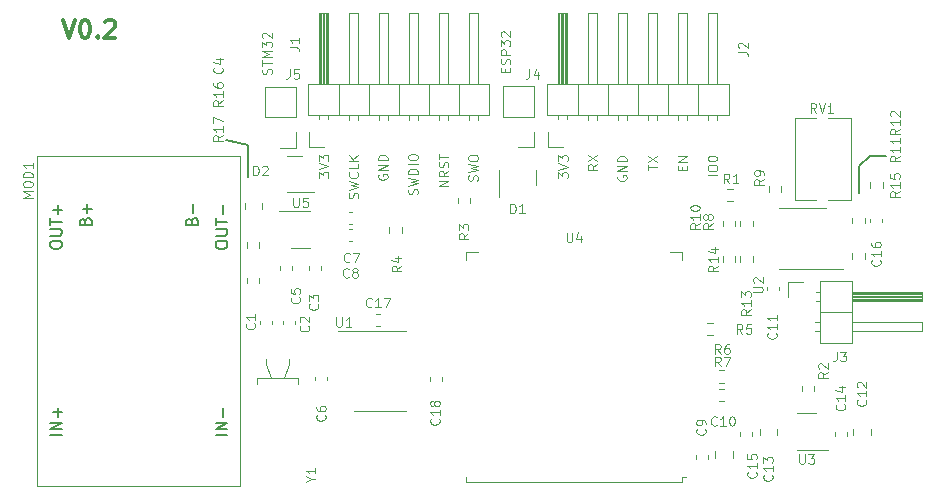
<source format=gbr>
%TF.GenerationSoftware,KiCad,Pcbnew,7.0.10*%
%TF.CreationDate,2024-02-02T07:47:17+01:00*%
%TF.ProjectId,stm32_esp32_pcb,73746d33-325f-4657-9370-33325f706362,rev?*%
%TF.SameCoordinates,Original*%
%TF.FileFunction,Legend,Top*%
%TF.FilePolarity,Positive*%
%FSLAX46Y46*%
G04 Gerber Fmt 4.6, Leading zero omitted, Abs format (unit mm)*
G04 Created by KiCad (PCBNEW 7.0.10) date 2024-02-02 07:47:17*
%MOMM*%
%LPD*%
G01*
G04 APERTURE LIST*
%ADD10C,0.150000*%
%ADD11C,0.100000*%
%ADD12C,0.300000*%
%ADD13C,0.120000*%
G04 APERTURE END LIST*
D10*
X152300000Y-60600000D02*
X150400000Y-60200000D01*
X204000000Y-62400000D02*
X205000000Y-61500000D01*
X205000000Y-61500000D02*
X206300000Y-61500000D01*
X204000000Y-64700000D02*
X204000000Y-62400000D01*
X152300000Y-63300000D02*
X152300000Y-60600000D01*
D11*
X169264895Y-64084836D02*
X168464895Y-64084836D01*
X168464895Y-64084836D02*
X169264895Y-63627693D01*
X169264895Y-63627693D02*
X168464895Y-63627693D01*
X169264895Y-62789598D02*
X168883942Y-63056265D01*
X169264895Y-63246741D02*
X168464895Y-63246741D01*
X168464895Y-63246741D02*
X168464895Y-62941979D01*
X168464895Y-62941979D02*
X168502990Y-62865789D01*
X168502990Y-62865789D02*
X168541085Y-62827694D01*
X168541085Y-62827694D02*
X168617276Y-62789598D01*
X168617276Y-62789598D02*
X168731561Y-62789598D01*
X168731561Y-62789598D02*
X168807752Y-62827694D01*
X168807752Y-62827694D02*
X168845847Y-62865789D01*
X168845847Y-62865789D02*
X168883942Y-62941979D01*
X168883942Y-62941979D02*
X168883942Y-63246741D01*
X169226800Y-62484837D02*
X169264895Y-62370551D01*
X169264895Y-62370551D02*
X169264895Y-62180075D01*
X169264895Y-62180075D02*
X169226800Y-62103884D01*
X169226800Y-62103884D02*
X169188704Y-62065789D01*
X169188704Y-62065789D02*
X169112514Y-62027694D01*
X169112514Y-62027694D02*
X169036323Y-62027694D01*
X169036323Y-62027694D02*
X168960133Y-62065789D01*
X168960133Y-62065789D02*
X168922038Y-62103884D01*
X168922038Y-62103884D02*
X168883942Y-62180075D01*
X168883942Y-62180075D02*
X168845847Y-62332456D01*
X168845847Y-62332456D02*
X168807752Y-62408646D01*
X168807752Y-62408646D02*
X168769657Y-62446741D01*
X168769657Y-62446741D02*
X168693466Y-62484837D01*
X168693466Y-62484837D02*
X168617276Y-62484837D01*
X168617276Y-62484837D02*
X168541085Y-62446741D01*
X168541085Y-62446741D02*
X168502990Y-62408646D01*
X168502990Y-62408646D02*
X168464895Y-62332456D01*
X168464895Y-62332456D02*
X168464895Y-62141979D01*
X168464895Y-62141979D02*
X168502990Y-62027694D01*
X168464895Y-61799122D02*
X168464895Y-61341979D01*
X169264895Y-61570551D02*
X168464895Y-61570551D01*
X178564895Y-63411027D02*
X178564895Y-62915789D01*
X178564895Y-62915789D02*
X178869657Y-63182455D01*
X178869657Y-63182455D02*
X178869657Y-63068170D01*
X178869657Y-63068170D02*
X178907752Y-62991979D01*
X178907752Y-62991979D02*
X178945847Y-62953884D01*
X178945847Y-62953884D02*
X179022038Y-62915789D01*
X179022038Y-62915789D02*
X179212514Y-62915789D01*
X179212514Y-62915789D02*
X179288704Y-62953884D01*
X179288704Y-62953884D02*
X179326800Y-62991979D01*
X179326800Y-62991979D02*
X179364895Y-63068170D01*
X179364895Y-63068170D02*
X179364895Y-63296741D01*
X179364895Y-63296741D02*
X179326800Y-63372932D01*
X179326800Y-63372932D02*
X179288704Y-63411027D01*
X178564895Y-62687217D02*
X179364895Y-62420550D01*
X179364895Y-62420550D02*
X178564895Y-62153884D01*
X178564895Y-61963408D02*
X178564895Y-61468170D01*
X178564895Y-61468170D02*
X178869657Y-61734836D01*
X178869657Y-61734836D02*
X178869657Y-61620551D01*
X178869657Y-61620551D02*
X178907752Y-61544360D01*
X178907752Y-61544360D02*
X178945847Y-61506265D01*
X178945847Y-61506265D02*
X179022038Y-61468170D01*
X179022038Y-61468170D02*
X179212514Y-61468170D01*
X179212514Y-61468170D02*
X179288704Y-61506265D01*
X179288704Y-61506265D02*
X179326800Y-61544360D01*
X179326800Y-61544360D02*
X179364895Y-61620551D01*
X179364895Y-61620551D02*
X179364895Y-61849122D01*
X179364895Y-61849122D02*
X179326800Y-61925313D01*
X179326800Y-61925313D02*
X179288704Y-61963408D01*
X183602990Y-63194360D02*
X183564895Y-63270550D01*
X183564895Y-63270550D02*
X183564895Y-63384836D01*
X183564895Y-63384836D02*
X183602990Y-63499122D01*
X183602990Y-63499122D02*
X183679180Y-63575312D01*
X183679180Y-63575312D02*
X183755371Y-63613407D01*
X183755371Y-63613407D02*
X183907752Y-63651503D01*
X183907752Y-63651503D02*
X184022038Y-63651503D01*
X184022038Y-63651503D02*
X184174419Y-63613407D01*
X184174419Y-63613407D02*
X184250609Y-63575312D01*
X184250609Y-63575312D02*
X184326800Y-63499122D01*
X184326800Y-63499122D02*
X184364895Y-63384836D01*
X184364895Y-63384836D02*
X184364895Y-63308645D01*
X184364895Y-63308645D02*
X184326800Y-63194360D01*
X184326800Y-63194360D02*
X184288704Y-63156264D01*
X184288704Y-63156264D02*
X184022038Y-63156264D01*
X184022038Y-63156264D02*
X184022038Y-63308645D01*
X184364895Y-62813407D02*
X183564895Y-62813407D01*
X183564895Y-62813407D02*
X184364895Y-62356264D01*
X184364895Y-62356264D02*
X183564895Y-62356264D01*
X184364895Y-61975312D02*
X183564895Y-61975312D01*
X183564895Y-61975312D02*
X183564895Y-61784836D01*
X183564895Y-61784836D02*
X183602990Y-61670550D01*
X183602990Y-61670550D02*
X183679180Y-61594360D01*
X183679180Y-61594360D02*
X183755371Y-61556265D01*
X183755371Y-61556265D02*
X183907752Y-61518169D01*
X183907752Y-61518169D02*
X184022038Y-61518169D01*
X184022038Y-61518169D02*
X184174419Y-61556265D01*
X184174419Y-61556265D02*
X184250609Y-61594360D01*
X184250609Y-61594360D02*
X184326800Y-61670550D01*
X184326800Y-61670550D02*
X184364895Y-61784836D01*
X184364895Y-61784836D02*
X184364895Y-61975312D01*
X186164895Y-62711027D02*
X186164895Y-62253884D01*
X186964895Y-62482456D02*
X186164895Y-62482456D01*
X186164895Y-62063408D02*
X186964895Y-61530074D01*
X186164895Y-61530074D02*
X186964895Y-62063408D01*
X161576800Y-65087218D02*
X161614895Y-64972932D01*
X161614895Y-64972932D02*
X161614895Y-64782456D01*
X161614895Y-64782456D02*
X161576800Y-64706265D01*
X161576800Y-64706265D02*
X161538704Y-64668170D01*
X161538704Y-64668170D02*
X161462514Y-64630075D01*
X161462514Y-64630075D02*
X161386323Y-64630075D01*
X161386323Y-64630075D02*
X161310133Y-64668170D01*
X161310133Y-64668170D02*
X161272038Y-64706265D01*
X161272038Y-64706265D02*
X161233942Y-64782456D01*
X161233942Y-64782456D02*
X161195847Y-64934837D01*
X161195847Y-64934837D02*
X161157752Y-65011027D01*
X161157752Y-65011027D02*
X161119657Y-65049122D01*
X161119657Y-65049122D02*
X161043466Y-65087218D01*
X161043466Y-65087218D02*
X160967276Y-65087218D01*
X160967276Y-65087218D02*
X160891085Y-65049122D01*
X160891085Y-65049122D02*
X160852990Y-65011027D01*
X160852990Y-65011027D02*
X160814895Y-64934837D01*
X160814895Y-64934837D02*
X160814895Y-64744360D01*
X160814895Y-64744360D02*
X160852990Y-64630075D01*
X160814895Y-64363408D02*
X161614895Y-64172932D01*
X161614895Y-64172932D02*
X161043466Y-64020551D01*
X161043466Y-64020551D02*
X161614895Y-63868170D01*
X161614895Y-63868170D02*
X160814895Y-63677694D01*
X161538704Y-62915788D02*
X161576800Y-62953884D01*
X161576800Y-62953884D02*
X161614895Y-63068169D01*
X161614895Y-63068169D02*
X161614895Y-63144360D01*
X161614895Y-63144360D02*
X161576800Y-63258646D01*
X161576800Y-63258646D02*
X161500609Y-63334836D01*
X161500609Y-63334836D02*
X161424419Y-63372931D01*
X161424419Y-63372931D02*
X161272038Y-63411027D01*
X161272038Y-63411027D02*
X161157752Y-63411027D01*
X161157752Y-63411027D02*
X161005371Y-63372931D01*
X161005371Y-63372931D02*
X160929180Y-63334836D01*
X160929180Y-63334836D02*
X160852990Y-63258646D01*
X160852990Y-63258646D02*
X160814895Y-63144360D01*
X160814895Y-63144360D02*
X160814895Y-63068169D01*
X160814895Y-63068169D02*
X160852990Y-62953884D01*
X160852990Y-62953884D02*
X160891085Y-62915788D01*
X161614895Y-62191979D02*
X161614895Y-62572931D01*
X161614895Y-62572931D02*
X160814895Y-62572931D01*
X161614895Y-61925312D02*
X160814895Y-61925312D01*
X161614895Y-61468169D02*
X161157752Y-61811027D01*
X160814895Y-61468169D02*
X161272038Y-61925312D01*
X166626800Y-64758646D02*
X166664895Y-64644360D01*
X166664895Y-64644360D02*
X166664895Y-64453884D01*
X166664895Y-64453884D02*
X166626800Y-64377693D01*
X166626800Y-64377693D02*
X166588704Y-64339598D01*
X166588704Y-64339598D02*
X166512514Y-64301503D01*
X166512514Y-64301503D02*
X166436323Y-64301503D01*
X166436323Y-64301503D02*
X166360133Y-64339598D01*
X166360133Y-64339598D02*
X166322038Y-64377693D01*
X166322038Y-64377693D02*
X166283942Y-64453884D01*
X166283942Y-64453884D02*
X166245847Y-64606265D01*
X166245847Y-64606265D02*
X166207752Y-64682455D01*
X166207752Y-64682455D02*
X166169657Y-64720550D01*
X166169657Y-64720550D02*
X166093466Y-64758646D01*
X166093466Y-64758646D02*
X166017276Y-64758646D01*
X166017276Y-64758646D02*
X165941085Y-64720550D01*
X165941085Y-64720550D02*
X165902990Y-64682455D01*
X165902990Y-64682455D02*
X165864895Y-64606265D01*
X165864895Y-64606265D02*
X165864895Y-64415788D01*
X165864895Y-64415788D02*
X165902990Y-64301503D01*
X165864895Y-64034836D02*
X166664895Y-63844360D01*
X166664895Y-63844360D02*
X166093466Y-63691979D01*
X166093466Y-63691979D02*
X166664895Y-63539598D01*
X166664895Y-63539598D02*
X165864895Y-63349122D01*
X166664895Y-63044359D02*
X165864895Y-63044359D01*
X165864895Y-63044359D02*
X165864895Y-62853883D01*
X165864895Y-62853883D02*
X165902990Y-62739597D01*
X165902990Y-62739597D02*
X165979180Y-62663407D01*
X165979180Y-62663407D02*
X166055371Y-62625312D01*
X166055371Y-62625312D02*
X166207752Y-62587216D01*
X166207752Y-62587216D02*
X166322038Y-62587216D01*
X166322038Y-62587216D02*
X166474419Y-62625312D01*
X166474419Y-62625312D02*
X166550609Y-62663407D01*
X166550609Y-62663407D02*
X166626800Y-62739597D01*
X166626800Y-62739597D02*
X166664895Y-62853883D01*
X166664895Y-62853883D02*
X166664895Y-63044359D01*
X166664895Y-62244359D02*
X165864895Y-62244359D01*
X165864895Y-61711026D02*
X165864895Y-61558645D01*
X165864895Y-61558645D02*
X165902990Y-61482455D01*
X165902990Y-61482455D02*
X165979180Y-61406264D01*
X165979180Y-61406264D02*
X166131561Y-61368169D01*
X166131561Y-61368169D02*
X166398228Y-61368169D01*
X166398228Y-61368169D02*
X166550609Y-61406264D01*
X166550609Y-61406264D02*
X166626800Y-61482455D01*
X166626800Y-61482455D02*
X166664895Y-61558645D01*
X166664895Y-61558645D02*
X166664895Y-61711026D01*
X166664895Y-61711026D02*
X166626800Y-61787217D01*
X166626800Y-61787217D02*
X166550609Y-61863407D01*
X166550609Y-61863407D02*
X166398228Y-61901503D01*
X166398228Y-61901503D02*
X166131561Y-61901503D01*
X166131561Y-61901503D02*
X165979180Y-61863407D01*
X165979180Y-61863407D02*
X165902990Y-61787217D01*
X165902990Y-61787217D02*
X165864895Y-61711026D01*
X171726800Y-63627694D02*
X171764895Y-63513408D01*
X171764895Y-63513408D02*
X171764895Y-63322932D01*
X171764895Y-63322932D02*
X171726800Y-63246741D01*
X171726800Y-63246741D02*
X171688704Y-63208646D01*
X171688704Y-63208646D02*
X171612514Y-63170551D01*
X171612514Y-63170551D02*
X171536323Y-63170551D01*
X171536323Y-63170551D02*
X171460133Y-63208646D01*
X171460133Y-63208646D02*
X171422038Y-63246741D01*
X171422038Y-63246741D02*
X171383942Y-63322932D01*
X171383942Y-63322932D02*
X171345847Y-63475313D01*
X171345847Y-63475313D02*
X171307752Y-63551503D01*
X171307752Y-63551503D02*
X171269657Y-63589598D01*
X171269657Y-63589598D02*
X171193466Y-63627694D01*
X171193466Y-63627694D02*
X171117276Y-63627694D01*
X171117276Y-63627694D02*
X171041085Y-63589598D01*
X171041085Y-63589598D02*
X171002990Y-63551503D01*
X171002990Y-63551503D02*
X170964895Y-63475313D01*
X170964895Y-63475313D02*
X170964895Y-63284836D01*
X170964895Y-63284836D02*
X171002990Y-63170551D01*
X170964895Y-62903884D02*
X171764895Y-62713408D01*
X171764895Y-62713408D02*
X171193466Y-62561027D01*
X171193466Y-62561027D02*
X171764895Y-62408646D01*
X171764895Y-62408646D02*
X170964895Y-62218170D01*
X170964895Y-61761026D02*
X170964895Y-61608645D01*
X170964895Y-61608645D02*
X171002990Y-61532455D01*
X171002990Y-61532455D02*
X171079180Y-61456264D01*
X171079180Y-61456264D02*
X171231561Y-61418169D01*
X171231561Y-61418169D02*
X171498228Y-61418169D01*
X171498228Y-61418169D02*
X171650609Y-61456264D01*
X171650609Y-61456264D02*
X171726800Y-61532455D01*
X171726800Y-61532455D02*
X171764895Y-61608645D01*
X171764895Y-61608645D02*
X171764895Y-61761026D01*
X171764895Y-61761026D02*
X171726800Y-61837217D01*
X171726800Y-61837217D02*
X171650609Y-61913407D01*
X171650609Y-61913407D02*
X171498228Y-61951503D01*
X171498228Y-61951503D02*
X171231561Y-61951503D01*
X171231561Y-61951503D02*
X171079180Y-61913407D01*
X171079180Y-61913407D02*
X171002990Y-61837217D01*
X171002990Y-61837217D02*
X170964895Y-61761026D01*
X174077847Y-54443734D02*
X174077847Y-54177068D01*
X174496895Y-54062782D02*
X174496895Y-54443734D01*
X174496895Y-54443734D02*
X173696895Y-54443734D01*
X173696895Y-54443734D02*
X173696895Y-54062782D01*
X174458800Y-53758020D02*
X174496895Y-53643734D01*
X174496895Y-53643734D02*
X174496895Y-53453258D01*
X174496895Y-53453258D02*
X174458800Y-53377067D01*
X174458800Y-53377067D02*
X174420704Y-53338972D01*
X174420704Y-53338972D02*
X174344514Y-53300877D01*
X174344514Y-53300877D02*
X174268323Y-53300877D01*
X174268323Y-53300877D02*
X174192133Y-53338972D01*
X174192133Y-53338972D02*
X174154038Y-53377067D01*
X174154038Y-53377067D02*
X174115942Y-53453258D01*
X174115942Y-53453258D02*
X174077847Y-53605639D01*
X174077847Y-53605639D02*
X174039752Y-53681829D01*
X174039752Y-53681829D02*
X174001657Y-53719924D01*
X174001657Y-53719924D02*
X173925466Y-53758020D01*
X173925466Y-53758020D02*
X173849276Y-53758020D01*
X173849276Y-53758020D02*
X173773085Y-53719924D01*
X173773085Y-53719924D02*
X173734990Y-53681829D01*
X173734990Y-53681829D02*
X173696895Y-53605639D01*
X173696895Y-53605639D02*
X173696895Y-53415162D01*
X173696895Y-53415162D02*
X173734990Y-53300877D01*
X174496895Y-52958019D02*
X173696895Y-52958019D01*
X173696895Y-52958019D02*
X173696895Y-52653257D01*
X173696895Y-52653257D02*
X173734990Y-52577067D01*
X173734990Y-52577067D02*
X173773085Y-52538972D01*
X173773085Y-52538972D02*
X173849276Y-52500876D01*
X173849276Y-52500876D02*
X173963561Y-52500876D01*
X173963561Y-52500876D02*
X174039752Y-52538972D01*
X174039752Y-52538972D02*
X174077847Y-52577067D01*
X174077847Y-52577067D02*
X174115942Y-52653257D01*
X174115942Y-52653257D02*
X174115942Y-52958019D01*
X173696895Y-52234210D02*
X173696895Y-51738972D01*
X173696895Y-51738972D02*
X174001657Y-52005638D01*
X174001657Y-52005638D02*
X174001657Y-51891353D01*
X174001657Y-51891353D02*
X174039752Y-51815162D01*
X174039752Y-51815162D02*
X174077847Y-51777067D01*
X174077847Y-51777067D02*
X174154038Y-51738972D01*
X174154038Y-51738972D02*
X174344514Y-51738972D01*
X174344514Y-51738972D02*
X174420704Y-51777067D01*
X174420704Y-51777067D02*
X174458800Y-51815162D01*
X174458800Y-51815162D02*
X174496895Y-51891353D01*
X174496895Y-51891353D02*
X174496895Y-52119924D01*
X174496895Y-52119924D02*
X174458800Y-52196115D01*
X174458800Y-52196115D02*
X174420704Y-52234210D01*
X173773085Y-51434210D02*
X173734990Y-51396114D01*
X173734990Y-51396114D02*
X173696895Y-51319924D01*
X173696895Y-51319924D02*
X173696895Y-51129448D01*
X173696895Y-51129448D02*
X173734990Y-51053257D01*
X173734990Y-51053257D02*
X173773085Y-51015162D01*
X173773085Y-51015162D02*
X173849276Y-50977067D01*
X173849276Y-50977067D02*
X173925466Y-50977067D01*
X173925466Y-50977067D02*
X174039752Y-51015162D01*
X174039752Y-51015162D02*
X174496895Y-51472305D01*
X174496895Y-51472305D02*
X174496895Y-50977067D01*
X163352990Y-63094360D02*
X163314895Y-63170550D01*
X163314895Y-63170550D02*
X163314895Y-63284836D01*
X163314895Y-63284836D02*
X163352990Y-63399122D01*
X163352990Y-63399122D02*
X163429180Y-63475312D01*
X163429180Y-63475312D02*
X163505371Y-63513407D01*
X163505371Y-63513407D02*
X163657752Y-63551503D01*
X163657752Y-63551503D02*
X163772038Y-63551503D01*
X163772038Y-63551503D02*
X163924419Y-63513407D01*
X163924419Y-63513407D02*
X164000609Y-63475312D01*
X164000609Y-63475312D02*
X164076800Y-63399122D01*
X164076800Y-63399122D02*
X164114895Y-63284836D01*
X164114895Y-63284836D02*
X164114895Y-63208645D01*
X164114895Y-63208645D02*
X164076800Y-63094360D01*
X164076800Y-63094360D02*
X164038704Y-63056264D01*
X164038704Y-63056264D02*
X163772038Y-63056264D01*
X163772038Y-63056264D02*
X163772038Y-63208645D01*
X164114895Y-62713407D02*
X163314895Y-62713407D01*
X163314895Y-62713407D02*
X164114895Y-62256264D01*
X164114895Y-62256264D02*
X163314895Y-62256264D01*
X164114895Y-61875312D02*
X163314895Y-61875312D01*
X163314895Y-61875312D02*
X163314895Y-61684836D01*
X163314895Y-61684836D02*
X163352990Y-61570550D01*
X163352990Y-61570550D02*
X163429180Y-61494360D01*
X163429180Y-61494360D02*
X163505371Y-61456265D01*
X163505371Y-61456265D02*
X163657752Y-61418169D01*
X163657752Y-61418169D02*
X163772038Y-61418169D01*
X163772038Y-61418169D02*
X163924419Y-61456265D01*
X163924419Y-61456265D02*
X164000609Y-61494360D01*
X164000609Y-61494360D02*
X164076800Y-61570550D01*
X164076800Y-61570550D02*
X164114895Y-61684836D01*
X164114895Y-61684836D02*
X164114895Y-61875312D01*
X192014895Y-63156264D02*
X191214895Y-63156264D01*
X191214895Y-62622931D02*
X191214895Y-62470550D01*
X191214895Y-62470550D02*
X191252990Y-62394360D01*
X191252990Y-62394360D02*
X191329180Y-62318169D01*
X191329180Y-62318169D02*
X191481561Y-62280074D01*
X191481561Y-62280074D02*
X191748228Y-62280074D01*
X191748228Y-62280074D02*
X191900609Y-62318169D01*
X191900609Y-62318169D02*
X191976800Y-62394360D01*
X191976800Y-62394360D02*
X192014895Y-62470550D01*
X192014895Y-62470550D02*
X192014895Y-62622931D01*
X192014895Y-62622931D02*
X191976800Y-62699122D01*
X191976800Y-62699122D02*
X191900609Y-62775312D01*
X191900609Y-62775312D02*
X191748228Y-62813408D01*
X191748228Y-62813408D02*
X191481561Y-62813408D01*
X191481561Y-62813408D02*
X191329180Y-62775312D01*
X191329180Y-62775312D02*
X191252990Y-62699122D01*
X191252990Y-62699122D02*
X191214895Y-62622931D01*
X191214895Y-61784836D02*
X191214895Y-61708646D01*
X191214895Y-61708646D02*
X191252990Y-61632455D01*
X191252990Y-61632455D02*
X191291085Y-61594360D01*
X191291085Y-61594360D02*
X191367276Y-61556265D01*
X191367276Y-61556265D02*
X191519657Y-61518170D01*
X191519657Y-61518170D02*
X191710133Y-61518170D01*
X191710133Y-61518170D02*
X191862514Y-61556265D01*
X191862514Y-61556265D02*
X191938704Y-61594360D01*
X191938704Y-61594360D02*
X191976800Y-61632455D01*
X191976800Y-61632455D02*
X192014895Y-61708646D01*
X192014895Y-61708646D02*
X192014895Y-61784836D01*
X192014895Y-61784836D02*
X191976800Y-61861027D01*
X191976800Y-61861027D02*
X191938704Y-61899122D01*
X191938704Y-61899122D02*
X191862514Y-61937217D01*
X191862514Y-61937217D02*
X191710133Y-61975313D01*
X191710133Y-61975313D02*
X191519657Y-61975313D01*
X191519657Y-61975313D02*
X191367276Y-61937217D01*
X191367276Y-61937217D02*
X191291085Y-61899122D01*
X191291085Y-61899122D02*
X191252990Y-61861027D01*
X191252990Y-61861027D02*
X191214895Y-61784836D01*
X181864895Y-62230074D02*
X181483942Y-62496741D01*
X181864895Y-62687217D02*
X181064895Y-62687217D01*
X181064895Y-62687217D02*
X181064895Y-62382455D01*
X181064895Y-62382455D02*
X181102990Y-62306265D01*
X181102990Y-62306265D02*
X181141085Y-62268170D01*
X181141085Y-62268170D02*
X181217276Y-62230074D01*
X181217276Y-62230074D02*
X181331561Y-62230074D01*
X181331561Y-62230074D02*
X181407752Y-62268170D01*
X181407752Y-62268170D02*
X181445847Y-62306265D01*
X181445847Y-62306265D02*
X181483942Y-62382455D01*
X181483942Y-62382455D02*
X181483942Y-62687217D01*
X181064895Y-61963408D02*
X181864895Y-61430074D01*
X181064895Y-61430074D02*
X181864895Y-61963408D01*
X154258800Y-54581830D02*
X154296895Y-54467544D01*
X154296895Y-54467544D02*
X154296895Y-54277068D01*
X154296895Y-54277068D02*
X154258800Y-54200877D01*
X154258800Y-54200877D02*
X154220704Y-54162782D01*
X154220704Y-54162782D02*
X154144514Y-54124687D01*
X154144514Y-54124687D02*
X154068323Y-54124687D01*
X154068323Y-54124687D02*
X153992133Y-54162782D01*
X153992133Y-54162782D02*
X153954038Y-54200877D01*
X153954038Y-54200877D02*
X153915942Y-54277068D01*
X153915942Y-54277068D02*
X153877847Y-54429449D01*
X153877847Y-54429449D02*
X153839752Y-54505639D01*
X153839752Y-54505639D02*
X153801657Y-54543734D01*
X153801657Y-54543734D02*
X153725466Y-54581830D01*
X153725466Y-54581830D02*
X153649276Y-54581830D01*
X153649276Y-54581830D02*
X153573085Y-54543734D01*
X153573085Y-54543734D02*
X153534990Y-54505639D01*
X153534990Y-54505639D02*
X153496895Y-54429449D01*
X153496895Y-54429449D02*
X153496895Y-54238972D01*
X153496895Y-54238972D02*
X153534990Y-54124687D01*
X153496895Y-53896115D02*
X153496895Y-53438972D01*
X154296895Y-53667544D02*
X153496895Y-53667544D01*
X154296895Y-53172305D02*
X153496895Y-53172305D01*
X153496895Y-53172305D02*
X154068323Y-52905639D01*
X154068323Y-52905639D02*
X153496895Y-52638972D01*
X153496895Y-52638972D02*
X154296895Y-52638972D01*
X153496895Y-52334210D02*
X153496895Y-51838972D01*
X153496895Y-51838972D02*
X153801657Y-52105638D01*
X153801657Y-52105638D02*
X153801657Y-51991353D01*
X153801657Y-51991353D02*
X153839752Y-51915162D01*
X153839752Y-51915162D02*
X153877847Y-51877067D01*
X153877847Y-51877067D02*
X153954038Y-51838972D01*
X153954038Y-51838972D02*
X154144514Y-51838972D01*
X154144514Y-51838972D02*
X154220704Y-51877067D01*
X154220704Y-51877067D02*
X154258800Y-51915162D01*
X154258800Y-51915162D02*
X154296895Y-51991353D01*
X154296895Y-51991353D02*
X154296895Y-52219924D01*
X154296895Y-52219924D02*
X154258800Y-52296115D01*
X154258800Y-52296115D02*
X154220704Y-52334210D01*
X153573085Y-51534210D02*
X153534990Y-51496114D01*
X153534990Y-51496114D02*
X153496895Y-51419924D01*
X153496895Y-51419924D02*
X153496895Y-51229448D01*
X153496895Y-51229448D02*
X153534990Y-51153257D01*
X153534990Y-51153257D02*
X153573085Y-51115162D01*
X153573085Y-51115162D02*
X153649276Y-51077067D01*
X153649276Y-51077067D02*
X153725466Y-51077067D01*
X153725466Y-51077067D02*
X153839752Y-51115162D01*
X153839752Y-51115162D02*
X154296895Y-51572305D01*
X154296895Y-51572305D02*
X154296895Y-51077067D01*
X189045847Y-62737217D02*
X189045847Y-62470551D01*
X189464895Y-62356265D02*
X189464895Y-62737217D01*
X189464895Y-62737217D02*
X188664895Y-62737217D01*
X188664895Y-62737217D02*
X188664895Y-62356265D01*
X189464895Y-62013407D02*
X188664895Y-62013407D01*
X188664895Y-62013407D02*
X189464895Y-61556264D01*
X189464895Y-61556264D02*
X188664895Y-61556264D01*
X158314895Y-63361027D02*
X158314895Y-62865789D01*
X158314895Y-62865789D02*
X158619657Y-63132455D01*
X158619657Y-63132455D02*
X158619657Y-63018170D01*
X158619657Y-63018170D02*
X158657752Y-62941979D01*
X158657752Y-62941979D02*
X158695847Y-62903884D01*
X158695847Y-62903884D02*
X158772038Y-62865789D01*
X158772038Y-62865789D02*
X158962514Y-62865789D01*
X158962514Y-62865789D02*
X159038704Y-62903884D01*
X159038704Y-62903884D02*
X159076800Y-62941979D01*
X159076800Y-62941979D02*
X159114895Y-63018170D01*
X159114895Y-63018170D02*
X159114895Y-63246741D01*
X159114895Y-63246741D02*
X159076800Y-63322932D01*
X159076800Y-63322932D02*
X159038704Y-63361027D01*
X158314895Y-62637217D02*
X159114895Y-62370550D01*
X159114895Y-62370550D02*
X158314895Y-62103884D01*
X158314895Y-61913408D02*
X158314895Y-61418170D01*
X158314895Y-61418170D02*
X158619657Y-61684836D01*
X158619657Y-61684836D02*
X158619657Y-61570551D01*
X158619657Y-61570551D02*
X158657752Y-61494360D01*
X158657752Y-61494360D02*
X158695847Y-61456265D01*
X158695847Y-61456265D02*
X158772038Y-61418170D01*
X158772038Y-61418170D02*
X158962514Y-61418170D01*
X158962514Y-61418170D02*
X159038704Y-61456265D01*
X159038704Y-61456265D02*
X159076800Y-61494360D01*
X159076800Y-61494360D02*
X159114895Y-61570551D01*
X159114895Y-61570551D02*
X159114895Y-61799122D01*
X159114895Y-61799122D02*
X159076800Y-61875313D01*
X159076800Y-61875313D02*
X159038704Y-61913408D01*
D12*
X136640225Y-50000828D02*
X137140225Y-51500828D01*
X137140225Y-51500828D02*
X137640225Y-50000828D01*
X138425939Y-50000828D02*
X138568796Y-50000828D01*
X138568796Y-50000828D02*
X138711653Y-50072257D01*
X138711653Y-50072257D02*
X138783082Y-50143685D01*
X138783082Y-50143685D02*
X138854510Y-50286542D01*
X138854510Y-50286542D02*
X138925939Y-50572257D01*
X138925939Y-50572257D02*
X138925939Y-50929400D01*
X138925939Y-50929400D02*
X138854510Y-51215114D01*
X138854510Y-51215114D02*
X138783082Y-51357971D01*
X138783082Y-51357971D02*
X138711653Y-51429400D01*
X138711653Y-51429400D02*
X138568796Y-51500828D01*
X138568796Y-51500828D02*
X138425939Y-51500828D01*
X138425939Y-51500828D02*
X138283082Y-51429400D01*
X138283082Y-51429400D02*
X138211653Y-51357971D01*
X138211653Y-51357971D02*
X138140224Y-51215114D01*
X138140224Y-51215114D02*
X138068796Y-50929400D01*
X138068796Y-50929400D02*
X138068796Y-50572257D01*
X138068796Y-50572257D02*
X138140224Y-50286542D01*
X138140224Y-50286542D02*
X138211653Y-50143685D01*
X138211653Y-50143685D02*
X138283082Y-50072257D01*
X138283082Y-50072257D02*
X138425939Y-50000828D01*
X139568795Y-51357971D02*
X139640224Y-51429400D01*
X139640224Y-51429400D02*
X139568795Y-51500828D01*
X139568795Y-51500828D02*
X139497367Y-51429400D01*
X139497367Y-51429400D02*
X139568795Y-51357971D01*
X139568795Y-51357971D02*
X139568795Y-51500828D01*
X140211653Y-50143685D02*
X140283081Y-50072257D01*
X140283081Y-50072257D02*
X140425939Y-50000828D01*
X140425939Y-50000828D02*
X140783081Y-50000828D01*
X140783081Y-50000828D02*
X140925939Y-50072257D01*
X140925939Y-50072257D02*
X140997367Y-50143685D01*
X140997367Y-50143685D02*
X141068796Y-50286542D01*
X141068796Y-50286542D02*
X141068796Y-50429400D01*
X141068796Y-50429400D02*
X140997367Y-50643685D01*
X140997367Y-50643685D02*
X140140224Y-51500828D01*
X140140224Y-51500828D02*
X141068796Y-51500828D01*
D11*
X179290476Y-68014895D02*
X179290476Y-68662514D01*
X179290476Y-68662514D02*
X179328571Y-68738704D01*
X179328571Y-68738704D02*
X179366666Y-68776800D01*
X179366666Y-68776800D02*
X179442857Y-68814895D01*
X179442857Y-68814895D02*
X179595238Y-68814895D01*
X179595238Y-68814895D02*
X179671428Y-68776800D01*
X179671428Y-68776800D02*
X179709523Y-68738704D01*
X179709523Y-68738704D02*
X179747619Y-68662514D01*
X179747619Y-68662514D02*
X179747619Y-68014895D01*
X180471428Y-68281561D02*
X180471428Y-68814895D01*
X180280952Y-67976800D02*
X180090475Y-68548228D01*
X180090475Y-68548228D02*
X180585714Y-68548228D01*
X201364895Y-79833332D02*
X200983942Y-80099999D01*
X201364895Y-80290475D02*
X200564895Y-80290475D01*
X200564895Y-80290475D02*
X200564895Y-79985713D01*
X200564895Y-79985713D02*
X200602990Y-79909523D01*
X200602990Y-79909523D02*
X200641085Y-79871428D01*
X200641085Y-79871428D02*
X200717276Y-79833332D01*
X200717276Y-79833332D02*
X200831561Y-79833332D01*
X200831561Y-79833332D02*
X200907752Y-79871428D01*
X200907752Y-79871428D02*
X200945847Y-79909523D01*
X200945847Y-79909523D02*
X200983942Y-79985713D01*
X200983942Y-79985713D02*
X200983942Y-80290475D01*
X200641085Y-79528571D02*
X200602990Y-79490475D01*
X200602990Y-79490475D02*
X200564895Y-79414285D01*
X200564895Y-79414285D02*
X200564895Y-79223809D01*
X200564895Y-79223809D02*
X200602990Y-79147618D01*
X200602990Y-79147618D02*
X200641085Y-79109523D01*
X200641085Y-79109523D02*
X200717276Y-79071428D01*
X200717276Y-79071428D02*
X200793466Y-79071428D01*
X200793466Y-79071428D02*
X200907752Y-79109523D01*
X200907752Y-79109523D02*
X201364895Y-79566666D01*
X201364895Y-79566666D02*
X201364895Y-79071428D01*
X207464895Y-61514285D02*
X207083942Y-61780952D01*
X207464895Y-61971428D02*
X206664895Y-61971428D01*
X206664895Y-61971428D02*
X206664895Y-61666666D01*
X206664895Y-61666666D02*
X206702990Y-61590476D01*
X206702990Y-61590476D02*
X206741085Y-61552381D01*
X206741085Y-61552381D02*
X206817276Y-61514285D01*
X206817276Y-61514285D02*
X206931561Y-61514285D01*
X206931561Y-61514285D02*
X207007752Y-61552381D01*
X207007752Y-61552381D02*
X207045847Y-61590476D01*
X207045847Y-61590476D02*
X207083942Y-61666666D01*
X207083942Y-61666666D02*
X207083942Y-61971428D01*
X207464895Y-60752381D02*
X207464895Y-61209524D01*
X207464895Y-60980952D02*
X206664895Y-60980952D01*
X206664895Y-60980952D02*
X206779180Y-61057143D01*
X206779180Y-61057143D02*
X206855371Y-61133333D01*
X206855371Y-61133333D02*
X206893466Y-61209524D01*
X207464895Y-59990476D02*
X207464895Y-60447619D01*
X207464895Y-60219047D02*
X206664895Y-60219047D01*
X206664895Y-60219047D02*
X206779180Y-60295238D01*
X206779180Y-60295238D02*
X206855371Y-60371428D01*
X206855371Y-60371428D02*
X206893466Y-60447619D01*
X170964895Y-68083332D02*
X170583942Y-68349999D01*
X170964895Y-68540475D02*
X170164895Y-68540475D01*
X170164895Y-68540475D02*
X170164895Y-68235713D01*
X170164895Y-68235713D02*
X170202990Y-68159523D01*
X170202990Y-68159523D02*
X170241085Y-68121428D01*
X170241085Y-68121428D02*
X170317276Y-68083332D01*
X170317276Y-68083332D02*
X170431561Y-68083332D01*
X170431561Y-68083332D02*
X170507752Y-68121428D01*
X170507752Y-68121428D02*
X170545847Y-68159523D01*
X170545847Y-68159523D02*
X170583942Y-68235713D01*
X170583942Y-68235713D02*
X170583942Y-68540475D01*
X170164895Y-67816666D02*
X170164895Y-67321428D01*
X170164895Y-67321428D02*
X170469657Y-67588094D01*
X170469657Y-67588094D02*
X170469657Y-67473809D01*
X170469657Y-67473809D02*
X170507752Y-67397618D01*
X170507752Y-67397618D02*
X170545847Y-67359523D01*
X170545847Y-67359523D02*
X170622038Y-67321428D01*
X170622038Y-67321428D02*
X170812514Y-67321428D01*
X170812514Y-67321428D02*
X170888704Y-67359523D01*
X170888704Y-67359523D02*
X170926800Y-67397618D01*
X170926800Y-67397618D02*
X170964895Y-67473809D01*
X170964895Y-67473809D02*
X170964895Y-67702380D01*
X170964895Y-67702380D02*
X170926800Y-67778571D01*
X170926800Y-67778571D02*
X170888704Y-67816666D01*
X158188704Y-74033332D02*
X158226800Y-74071428D01*
X158226800Y-74071428D02*
X158264895Y-74185713D01*
X158264895Y-74185713D02*
X158264895Y-74261904D01*
X158264895Y-74261904D02*
X158226800Y-74376190D01*
X158226800Y-74376190D02*
X158150609Y-74452380D01*
X158150609Y-74452380D02*
X158074419Y-74490475D01*
X158074419Y-74490475D02*
X157922038Y-74528571D01*
X157922038Y-74528571D02*
X157807752Y-74528571D01*
X157807752Y-74528571D02*
X157655371Y-74490475D01*
X157655371Y-74490475D02*
X157579180Y-74452380D01*
X157579180Y-74452380D02*
X157502990Y-74376190D01*
X157502990Y-74376190D02*
X157464895Y-74261904D01*
X157464895Y-74261904D02*
X157464895Y-74185713D01*
X157464895Y-74185713D02*
X157502990Y-74071428D01*
X157502990Y-74071428D02*
X157541085Y-74033332D01*
X157464895Y-73766666D02*
X157464895Y-73271428D01*
X157464895Y-73271428D02*
X157769657Y-73538094D01*
X157769657Y-73538094D02*
X157769657Y-73423809D01*
X157769657Y-73423809D02*
X157807752Y-73347618D01*
X157807752Y-73347618D02*
X157845847Y-73309523D01*
X157845847Y-73309523D02*
X157922038Y-73271428D01*
X157922038Y-73271428D02*
X158112514Y-73271428D01*
X158112514Y-73271428D02*
X158188704Y-73309523D01*
X158188704Y-73309523D02*
X158226800Y-73347618D01*
X158226800Y-73347618D02*
X158264895Y-73423809D01*
X158264895Y-73423809D02*
X158264895Y-73652380D01*
X158264895Y-73652380D02*
X158226800Y-73728571D01*
X158226800Y-73728571D02*
X158188704Y-73766666D01*
X194864895Y-74514285D02*
X194483942Y-74780952D01*
X194864895Y-74971428D02*
X194064895Y-74971428D01*
X194064895Y-74971428D02*
X194064895Y-74666666D01*
X194064895Y-74666666D02*
X194102990Y-74590476D01*
X194102990Y-74590476D02*
X194141085Y-74552381D01*
X194141085Y-74552381D02*
X194217276Y-74514285D01*
X194217276Y-74514285D02*
X194331561Y-74514285D01*
X194331561Y-74514285D02*
X194407752Y-74552381D01*
X194407752Y-74552381D02*
X194445847Y-74590476D01*
X194445847Y-74590476D02*
X194483942Y-74666666D01*
X194483942Y-74666666D02*
X194483942Y-74971428D01*
X194864895Y-73752381D02*
X194864895Y-74209524D01*
X194864895Y-73980952D02*
X194064895Y-73980952D01*
X194064895Y-73980952D02*
X194179180Y-74057143D01*
X194179180Y-74057143D02*
X194255371Y-74133333D01*
X194255371Y-74133333D02*
X194293466Y-74209524D01*
X194064895Y-73485714D02*
X194064895Y-72990476D01*
X194064895Y-72990476D02*
X194369657Y-73257142D01*
X194369657Y-73257142D02*
X194369657Y-73142857D01*
X194369657Y-73142857D02*
X194407752Y-73066666D01*
X194407752Y-73066666D02*
X194445847Y-73028571D01*
X194445847Y-73028571D02*
X194522038Y-72990476D01*
X194522038Y-72990476D02*
X194712514Y-72990476D01*
X194712514Y-72990476D02*
X194788704Y-73028571D01*
X194788704Y-73028571D02*
X194826800Y-73066666D01*
X194826800Y-73066666D02*
X194864895Y-73142857D01*
X194864895Y-73142857D02*
X194864895Y-73371428D01*
X194864895Y-73371428D02*
X194826800Y-73447619D01*
X194826800Y-73447619D02*
X194788704Y-73485714D01*
X174509524Y-66364895D02*
X174509524Y-65564895D01*
X174509524Y-65564895D02*
X174700000Y-65564895D01*
X174700000Y-65564895D02*
X174814286Y-65602990D01*
X174814286Y-65602990D02*
X174890476Y-65679180D01*
X174890476Y-65679180D02*
X174928571Y-65755371D01*
X174928571Y-65755371D02*
X174966667Y-65907752D01*
X174966667Y-65907752D02*
X174966667Y-66022038D01*
X174966667Y-66022038D02*
X174928571Y-66174419D01*
X174928571Y-66174419D02*
X174890476Y-66250609D01*
X174890476Y-66250609D02*
X174814286Y-66326800D01*
X174814286Y-66326800D02*
X174700000Y-66364895D01*
X174700000Y-66364895D02*
X174509524Y-66364895D01*
X175728571Y-66364895D02*
X175271428Y-66364895D01*
X175500000Y-66364895D02*
X175500000Y-65564895D01*
X175500000Y-65564895D02*
X175423809Y-65679180D01*
X175423809Y-65679180D02*
X175347619Y-65755371D01*
X175347619Y-65755371D02*
X175271428Y-65793466D01*
X160916667Y-70438704D02*
X160878571Y-70476800D01*
X160878571Y-70476800D02*
X160764286Y-70514895D01*
X160764286Y-70514895D02*
X160688095Y-70514895D01*
X160688095Y-70514895D02*
X160573809Y-70476800D01*
X160573809Y-70476800D02*
X160497619Y-70400609D01*
X160497619Y-70400609D02*
X160459524Y-70324419D01*
X160459524Y-70324419D02*
X160421428Y-70172038D01*
X160421428Y-70172038D02*
X160421428Y-70057752D01*
X160421428Y-70057752D02*
X160459524Y-69905371D01*
X160459524Y-69905371D02*
X160497619Y-69829180D01*
X160497619Y-69829180D02*
X160573809Y-69752990D01*
X160573809Y-69752990D02*
X160688095Y-69714895D01*
X160688095Y-69714895D02*
X160764286Y-69714895D01*
X160764286Y-69714895D02*
X160878571Y-69752990D01*
X160878571Y-69752990D02*
X160916667Y-69791085D01*
X161183333Y-69714895D02*
X161716667Y-69714895D01*
X161716667Y-69714895D02*
X161373809Y-70514895D01*
X204588704Y-82164285D02*
X204626800Y-82202381D01*
X204626800Y-82202381D02*
X204664895Y-82316666D01*
X204664895Y-82316666D02*
X204664895Y-82392857D01*
X204664895Y-82392857D02*
X204626800Y-82507143D01*
X204626800Y-82507143D02*
X204550609Y-82583333D01*
X204550609Y-82583333D02*
X204474419Y-82621428D01*
X204474419Y-82621428D02*
X204322038Y-82659524D01*
X204322038Y-82659524D02*
X204207752Y-82659524D01*
X204207752Y-82659524D02*
X204055371Y-82621428D01*
X204055371Y-82621428D02*
X203979180Y-82583333D01*
X203979180Y-82583333D02*
X203902990Y-82507143D01*
X203902990Y-82507143D02*
X203864895Y-82392857D01*
X203864895Y-82392857D02*
X203864895Y-82316666D01*
X203864895Y-82316666D02*
X203902990Y-82202381D01*
X203902990Y-82202381D02*
X203941085Y-82164285D01*
X204664895Y-81402381D02*
X204664895Y-81859524D01*
X204664895Y-81630952D02*
X203864895Y-81630952D01*
X203864895Y-81630952D02*
X203979180Y-81707143D01*
X203979180Y-81707143D02*
X204055371Y-81783333D01*
X204055371Y-81783333D02*
X204093466Y-81859524D01*
X203941085Y-81097619D02*
X203902990Y-81059523D01*
X203902990Y-81059523D02*
X203864895Y-80983333D01*
X203864895Y-80983333D02*
X203864895Y-80792857D01*
X203864895Y-80792857D02*
X203902990Y-80716666D01*
X203902990Y-80716666D02*
X203941085Y-80678571D01*
X203941085Y-80678571D02*
X204017276Y-80640476D01*
X204017276Y-80640476D02*
X204093466Y-80640476D01*
X204093466Y-80640476D02*
X204207752Y-80678571D01*
X204207752Y-80678571D02*
X204664895Y-81135714D01*
X204664895Y-81135714D02*
X204664895Y-80640476D01*
X150164895Y-59764285D02*
X149783942Y-60030952D01*
X150164895Y-60221428D02*
X149364895Y-60221428D01*
X149364895Y-60221428D02*
X149364895Y-59916666D01*
X149364895Y-59916666D02*
X149402990Y-59840476D01*
X149402990Y-59840476D02*
X149441085Y-59802381D01*
X149441085Y-59802381D02*
X149517276Y-59764285D01*
X149517276Y-59764285D02*
X149631561Y-59764285D01*
X149631561Y-59764285D02*
X149707752Y-59802381D01*
X149707752Y-59802381D02*
X149745847Y-59840476D01*
X149745847Y-59840476D02*
X149783942Y-59916666D01*
X149783942Y-59916666D02*
X149783942Y-60221428D01*
X150164895Y-59002381D02*
X150164895Y-59459524D01*
X150164895Y-59230952D02*
X149364895Y-59230952D01*
X149364895Y-59230952D02*
X149479180Y-59307143D01*
X149479180Y-59307143D02*
X149555371Y-59383333D01*
X149555371Y-59383333D02*
X149593466Y-59459524D01*
X149364895Y-58735714D02*
X149364895Y-58202380D01*
X149364895Y-58202380D02*
X150164895Y-58545238D01*
X152838704Y-75683332D02*
X152876800Y-75721428D01*
X152876800Y-75721428D02*
X152914895Y-75835713D01*
X152914895Y-75835713D02*
X152914895Y-75911904D01*
X152914895Y-75911904D02*
X152876800Y-76026190D01*
X152876800Y-76026190D02*
X152800609Y-76102380D01*
X152800609Y-76102380D02*
X152724419Y-76140475D01*
X152724419Y-76140475D02*
X152572038Y-76178571D01*
X152572038Y-76178571D02*
X152457752Y-76178571D01*
X152457752Y-76178571D02*
X152305371Y-76140475D01*
X152305371Y-76140475D02*
X152229180Y-76102380D01*
X152229180Y-76102380D02*
X152152990Y-76026190D01*
X152152990Y-76026190D02*
X152114895Y-75911904D01*
X152114895Y-75911904D02*
X152114895Y-75835713D01*
X152114895Y-75835713D02*
X152152990Y-75721428D01*
X152152990Y-75721428D02*
X152191085Y-75683332D01*
X152914895Y-74921428D02*
X152914895Y-75378571D01*
X152914895Y-75149999D02*
X152114895Y-75149999D01*
X152114895Y-75149999D02*
X152229180Y-75226190D01*
X152229180Y-75226190D02*
X152305371Y-75302380D01*
X152305371Y-75302380D02*
X152343466Y-75378571D01*
X150088704Y-54033332D02*
X150126800Y-54071428D01*
X150126800Y-54071428D02*
X150164895Y-54185713D01*
X150164895Y-54185713D02*
X150164895Y-54261904D01*
X150164895Y-54261904D02*
X150126800Y-54376190D01*
X150126800Y-54376190D02*
X150050609Y-54452380D01*
X150050609Y-54452380D02*
X149974419Y-54490475D01*
X149974419Y-54490475D02*
X149822038Y-54528571D01*
X149822038Y-54528571D02*
X149707752Y-54528571D01*
X149707752Y-54528571D02*
X149555371Y-54490475D01*
X149555371Y-54490475D02*
X149479180Y-54452380D01*
X149479180Y-54452380D02*
X149402990Y-54376190D01*
X149402990Y-54376190D02*
X149364895Y-54261904D01*
X149364895Y-54261904D02*
X149364895Y-54185713D01*
X149364895Y-54185713D02*
X149402990Y-54071428D01*
X149402990Y-54071428D02*
X149441085Y-54033332D01*
X149631561Y-53347618D02*
X150164895Y-53347618D01*
X149326800Y-53538094D02*
X149898228Y-53728571D01*
X149898228Y-53728571D02*
X149898228Y-53233332D01*
X207464895Y-64514285D02*
X207083942Y-64780952D01*
X207464895Y-64971428D02*
X206664895Y-64971428D01*
X206664895Y-64971428D02*
X206664895Y-64666666D01*
X206664895Y-64666666D02*
X206702990Y-64590476D01*
X206702990Y-64590476D02*
X206741085Y-64552381D01*
X206741085Y-64552381D02*
X206817276Y-64514285D01*
X206817276Y-64514285D02*
X206931561Y-64514285D01*
X206931561Y-64514285D02*
X207007752Y-64552381D01*
X207007752Y-64552381D02*
X207045847Y-64590476D01*
X207045847Y-64590476D02*
X207083942Y-64666666D01*
X207083942Y-64666666D02*
X207083942Y-64971428D01*
X207464895Y-63752381D02*
X207464895Y-64209524D01*
X207464895Y-63980952D02*
X206664895Y-63980952D01*
X206664895Y-63980952D02*
X206779180Y-64057143D01*
X206779180Y-64057143D02*
X206855371Y-64133333D01*
X206855371Y-64133333D02*
X206893466Y-64209524D01*
X206664895Y-63028571D02*
X206664895Y-63409523D01*
X206664895Y-63409523D02*
X207045847Y-63447619D01*
X207045847Y-63447619D02*
X207007752Y-63409523D01*
X207007752Y-63409523D02*
X206969657Y-63333333D01*
X206969657Y-63333333D02*
X206969657Y-63142857D01*
X206969657Y-63142857D02*
X207007752Y-63066666D01*
X207007752Y-63066666D02*
X207045847Y-63028571D01*
X207045847Y-63028571D02*
X207122038Y-62990476D01*
X207122038Y-62990476D02*
X207312514Y-62990476D01*
X207312514Y-62990476D02*
X207388704Y-63028571D01*
X207388704Y-63028571D02*
X207426800Y-63066666D01*
X207426800Y-63066666D02*
X207464895Y-63142857D01*
X207464895Y-63142857D02*
X207464895Y-63333333D01*
X207464895Y-63333333D02*
X207426800Y-63409523D01*
X207426800Y-63409523D02*
X207388704Y-63447619D01*
X155814895Y-52316666D02*
X156386323Y-52316666D01*
X156386323Y-52316666D02*
X156500609Y-52354761D01*
X156500609Y-52354761D02*
X156576800Y-52430952D01*
X156576800Y-52430952D02*
X156614895Y-52545237D01*
X156614895Y-52545237D02*
X156614895Y-52621428D01*
X156614895Y-51516666D02*
X156614895Y-51973809D01*
X156614895Y-51745237D02*
X155814895Y-51745237D01*
X155814895Y-51745237D02*
X155929180Y-51821428D01*
X155929180Y-51821428D02*
X156005371Y-51897618D01*
X156005371Y-51897618D02*
X156043466Y-51973809D01*
X160816667Y-71738704D02*
X160778571Y-71776800D01*
X160778571Y-71776800D02*
X160664286Y-71814895D01*
X160664286Y-71814895D02*
X160588095Y-71814895D01*
X160588095Y-71814895D02*
X160473809Y-71776800D01*
X160473809Y-71776800D02*
X160397619Y-71700609D01*
X160397619Y-71700609D02*
X160359524Y-71624419D01*
X160359524Y-71624419D02*
X160321428Y-71472038D01*
X160321428Y-71472038D02*
X160321428Y-71357752D01*
X160321428Y-71357752D02*
X160359524Y-71205371D01*
X160359524Y-71205371D02*
X160397619Y-71129180D01*
X160397619Y-71129180D02*
X160473809Y-71052990D01*
X160473809Y-71052990D02*
X160588095Y-71014895D01*
X160588095Y-71014895D02*
X160664286Y-71014895D01*
X160664286Y-71014895D02*
X160778571Y-71052990D01*
X160778571Y-71052990D02*
X160816667Y-71091085D01*
X161273809Y-71357752D02*
X161197619Y-71319657D01*
X161197619Y-71319657D02*
X161159524Y-71281561D01*
X161159524Y-71281561D02*
X161121428Y-71205371D01*
X161121428Y-71205371D02*
X161121428Y-71167276D01*
X161121428Y-71167276D02*
X161159524Y-71091085D01*
X161159524Y-71091085D02*
X161197619Y-71052990D01*
X161197619Y-71052990D02*
X161273809Y-71014895D01*
X161273809Y-71014895D02*
X161426190Y-71014895D01*
X161426190Y-71014895D02*
X161502381Y-71052990D01*
X161502381Y-71052990D02*
X161540476Y-71091085D01*
X161540476Y-71091085D02*
X161578571Y-71167276D01*
X161578571Y-71167276D02*
X161578571Y-71205371D01*
X161578571Y-71205371D02*
X161540476Y-71281561D01*
X161540476Y-71281561D02*
X161502381Y-71319657D01*
X161502381Y-71319657D02*
X161426190Y-71357752D01*
X161426190Y-71357752D02*
X161273809Y-71357752D01*
X161273809Y-71357752D02*
X161197619Y-71395847D01*
X161197619Y-71395847D02*
X161159524Y-71433942D01*
X161159524Y-71433942D02*
X161121428Y-71510133D01*
X161121428Y-71510133D02*
X161121428Y-71662514D01*
X161121428Y-71662514D02*
X161159524Y-71738704D01*
X161159524Y-71738704D02*
X161197619Y-71776800D01*
X161197619Y-71776800D02*
X161273809Y-71814895D01*
X161273809Y-71814895D02*
X161426190Y-71814895D01*
X161426190Y-71814895D02*
X161502381Y-71776800D01*
X161502381Y-71776800D02*
X161540476Y-71738704D01*
X161540476Y-71738704D02*
X161578571Y-71662514D01*
X161578571Y-71662514D02*
X161578571Y-71510133D01*
X161578571Y-71510133D02*
X161540476Y-71433942D01*
X161540476Y-71433942D02*
X161502381Y-71395847D01*
X161502381Y-71395847D02*
X161426190Y-71357752D01*
X165264895Y-70833332D02*
X164883942Y-71099999D01*
X165264895Y-71290475D02*
X164464895Y-71290475D01*
X164464895Y-71290475D02*
X164464895Y-70985713D01*
X164464895Y-70985713D02*
X164502990Y-70909523D01*
X164502990Y-70909523D02*
X164541085Y-70871428D01*
X164541085Y-70871428D02*
X164617276Y-70833332D01*
X164617276Y-70833332D02*
X164731561Y-70833332D01*
X164731561Y-70833332D02*
X164807752Y-70871428D01*
X164807752Y-70871428D02*
X164845847Y-70909523D01*
X164845847Y-70909523D02*
X164883942Y-70985713D01*
X164883942Y-70985713D02*
X164883942Y-71290475D01*
X164731561Y-70147618D02*
X165264895Y-70147618D01*
X164426800Y-70338094D02*
X164998228Y-70528571D01*
X164998228Y-70528571D02*
X164998228Y-70033332D01*
X193066667Y-63814895D02*
X192800000Y-63433942D01*
X192609524Y-63814895D02*
X192609524Y-63014895D01*
X192609524Y-63014895D02*
X192914286Y-63014895D01*
X192914286Y-63014895D02*
X192990476Y-63052990D01*
X192990476Y-63052990D02*
X193028571Y-63091085D01*
X193028571Y-63091085D02*
X193066667Y-63167276D01*
X193066667Y-63167276D02*
X193066667Y-63281561D01*
X193066667Y-63281561D02*
X193028571Y-63357752D01*
X193028571Y-63357752D02*
X192990476Y-63395847D01*
X192990476Y-63395847D02*
X192914286Y-63433942D01*
X192914286Y-63433942D02*
X192609524Y-63433942D01*
X193828571Y-63814895D02*
X193371428Y-63814895D01*
X193600000Y-63814895D02*
X193600000Y-63014895D01*
X193600000Y-63014895D02*
X193523809Y-63129180D01*
X193523809Y-63129180D02*
X193447619Y-63205371D01*
X193447619Y-63205371D02*
X193371428Y-63243466D01*
X196988704Y-76514285D02*
X197026800Y-76552381D01*
X197026800Y-76552381D02*
X197064895Y-76666666D01*
X197064895Y-76666666D02*
X197064895Y-76742857D01*
X197064895Y-76742857D02*
X197026800Y-76857143D01*
X197026800Y-76857143D02*
X196950609Y-76933333D01*
X196950609Y-76933333D02*
X196874419Y-76971428D01*
X196874419Y-76971428D02*
X196722038Y-77009524D01*
X196722038Y-77009524D02*
X196607752Y-77009524D01*
X196607752Y-77009524D02*
X196455371Y-76971428D01*
X196455371Y-76971428D02*
X196379180Y-76933333D01*
X196379180Y-76933333D02*
X196302990Y-76857143D01*
X196302990Y-76857143D02*
X196264895Y-76742857D01*
X196264895Y-76742857D02*
X196264895Y-76666666D01*
X196264895Y-76666666D02*
X196302990Y-76552381D01*
X196302990Y-76552381D02*
X196341085Y-76514285D01*
X197064895Y-75752381D02*
X197064895Y-76209524D01*
X197064895Y-75980952D02*
X196264895Y-75980952D01*
X196264895Y-75980952D02*
X196379180Y-76057143D01*
X196379180Y-76057143D02*
X196455371Y-76133333D01*
X196455371Y-76133333D02*
X196493466Y-76209524D01*
X197064895Y-74990476D02*
X197064895Y-75447619D01*
X197064895Y-75219047D02*
X196264895Y-75219047D01*
X196264895Y-75219047D02*
X196379180Y-75295238D01*
X196379180Y-75295238D02*
X196455371Y-75371428D01*
X196455371Y-75371428D02*
X196493466Y-75447619D01*
X155833333Y-54164895D02*
X155833333Y-54736323D01*
X155833333Y-54736323D02*
X155795238Y-54850609D01*
X155795238Y-54850609D02*
X155719047Y-54926800D01*
X155719047Y-54926800D02*
X155604762Y-54964895D01*
X155604762Y-54964895D02*
X155528571Y-54964895D01*
X156595238Y-54164895D02*
X156214286Y-54164895D01*
X156214286Y-54164895D02*
X156176190Y-54545847D01*
X156176190Y-54545847D02*
X156214286Y-54507752D01*
X156214286Y-54507752D02*
X156290476Y-54469657D01*
X156290476Y-54469657D02*
X156480952Y-54469657D01*
X156480952Y-54469657D02*
X156557143Y-54507752D01*
X156557143Y-54507752D02*
X156595238Y-54545847D01*
X156595238Y-54545847D02*
X156633333Y-54622038D01*
X156633333Y-54622038D02*
X156633333Y-54812514D01*
X156633333Y-54812514D02*
X156595238Y-54888704D01*
X156595238Y-54888704D02*
X156557143Y-54926800D01*
X156557143Y-54926800D02*
X156480952Y-54964895D01*
X156480952Y-54964895D02*
X156290476Y-54964895D01*
X156290476Y-54964895D02*
X156214286Y-54926800D01*
X156214286Y-54926800D02*
X156176190Y-54888704D01*
X190988704Y-84633332D02*
X191026800Y-84671428D01*
X191026800Y-84671428D02*
X191064895Y-84785713D01*
X191064895Y-84785713D02*
X191064895Y-84861904D01*
X191064895Y-84861904D02*
X191026800Y-84976190D01*
X191026800Y-84976190D02*
X190950609Y-85052380D01*
X190950609Y-85052380D02*
X190874419Y-85090475D01*
X190874419Y-85090475D02*
X190722038Y-85128571D01*
X190722038Y-85128571D02*
X190607752Y-85128571D01*
X190607752Y-85128571D02*
X190455371Y-85090475D01*
X190455371Y-85090475D02*
X190379180Y-85052380D01*
X190379180Y-85052380D02*
X190302990Y-84976190D01*
X190302990Y-84976190D02*
X190264895Y-84861904D01*
X190264895Y-84861904D02*
X190264895Y-84785713D01*
X190264895Y-84785713D02*
X190302990Y-84671428D01*
X190302990Y-84671428D02*
X190341085Y-84633332D01*
X191064895Y-84252380D02*
X191064895Y-84099999D01*
X191064895Y-84099999D02*
X191026800Y-84023809D01*
X191026800Y-84023809D02*
X190988704Y-83985713D01*
X190988704Y-83985713D02*
X190874419Y-83909523D01*
X190874419Y-83909523D02*
X190722038Y-83871428D01*
X190722038Y-83871428D02*
X190417276Y-83871428D01*
X190417276Y-83871428D02*
X190341085Y-83909523D01*
X190341085Y-83909523D02*
X190302990Y-83947618D01*
X190302990Y-83947618D02*
X190264895Y-84023809D01*
X190264895Y-84023809D02*
X190264895Y-84176190D01*
X190264895Y-84176190D02*
X190302990Y-84252380D01*
X190302990Y-84252380D02*
X190341085Y-84290475D01*
X190341085Y-84290475D02*
X190417276Y-84328571D01*
X190417276Y-84328571D02*
X190607752Y-84328571D01*
X190607752Y-84328571D02*
X190683942Y-84290475D01*
X190683942Y-84290475D02*
X190722038Y-84252380D01*
X190722038Y-84252380D02*
X190760133Y-84176190D01*
X190760133Y-84176190D02*
X190760133Y-84023809D01*
X190760133Y-84023809D02*
X190722038Y-83947618D01*
X190722038Y-83947618D02*
X190683942Y-83909523D01*
X190683942Y-83909523D02*
X190607752Y-83871428D01*
X198990476Y-86764895D02*
X198990476Y-87412514D01*
X198990476Y-87412514D02*
X199028571Y-87488704D01*
X199028571Y-87488704D02*
X199066666Y-87526800D01*
X199066666Y-87526800D02*
X199142857Y-87564895D01*
X199142857Y-87564895D02*
X199295238Y-87564895D01*
X199295238Y-87564895D02*
X199371428Y-87526800D01*
X199371428Y-87526800D02*
X199409523Y-87488704D01*
X199409523Y-87488704D02*
X199447619Y-87412514D01*
X199447619Y-87412514D02*
X199447619Y-86764895D01*
X199752380Y-86764895D02*
X200247618Y-86764895D01*
X200247618Y-86764895D02*
X199980952Y-87069657D01*
X199980952Y-87069657D02*
X200095237Y-87069657D01*
X200095237Y-87069657D02*
X200171428Y-87107752D01*
X200171428Y-87107752D02*
X200209523Y-87145847D01*
X200209523Y-87145847D02*
X200247618Y-87222038D01*
X200247618Y-87222038D02*
X200247618Y-87412514D01*
X200247618Y-87412514D02*
X200209523Y-87488704D01*
X200209523Y-87488704D02*
X200171428Y-87526800D01*
X200171428Y-87526800D02*
X200095237Y-87564895D01*
X200095237Y-87564895D02*
X199866666Y-87564895D01*
X199866666Y-87564895D02*
X199790475Y-87526800D01*
X199790475Y-87526800D02*
X199752380Y-87488704D01*
X200398810Y-57874895D02*
X200132143Y-57493942D01*
X199941667Y-57874895D02*
X199941667Y-57074895D01*
X199941667Y-57074895D02*
X200246429Y-57074895D01*
X200246429Y-57074895D02*
X200322619Y-57112990D01*
X200322619Y-57112990D02*
X200360714Y-57151085D01*
X200360714Y-57151085D02*
X200398810Y-57227276D01*
X200398810Y-57227276D02*
X200398810Y-57341561D01*
X200398810Y-57341561D02*
X200360714Y-57417752D01*
X200360714Y-57417752D02*
X200322619Y-57455847D01*
X200322619Y-57455847D02*
X200246429Y-57493942D01*
X200246429Y-57493942D02*
X199941667Y-57493942D01*
X200627381Y-57074895D02*
X200894048Y-57874895D01*
X200894048Y-57874895D02*
X201160714Y-57074895D01*
X201846428Y-57874895D02*
X201389285Y-57874895D01*
X201617857Y-57874895D02*
X201617857Y-57074895D01*
X201617857Y-57074895D02*
X201541666Y-57189180D01*
X201541666Y-57189180D02*
X201465476Y-57265371D01*
X201465476Y-57265371D02*
X201389285Y-57303466D01*
X156140476Y-65064895D02*
X156140476Y-65712514D01*
X156140476Y-65712514D02*
X156178571Y-65788704D01*
X156178571Y-65788704D02*
X156216666Y-65826800D01*
X156216666Y-65826800D02*
X156292857Y-65864895D01*
X156292857Y-65864895D02*
X156445238Y-65864895D01*
X156445238Y-65864895D02*
X156521428Y-65826800D01*
X156521428Y-65826800D02*
X156559523Y-65788704D01*
X156559523Y-65788704D02*
X156597619Y-65712514D01*
X156597619Y-65712514D02*
X156597619Y-65064895D01*
X157359523Y-65064895D02*
X156978571Y-65064895D01*
X156978571Y-65064895D02*
X156940475Y-65445847D01*
X156940475Y-65445847D02*
X156978571Y-65407752D01*
X156978571Y-65407752D02*
X157054761Y-65369657D01*
X157054761Y-65369657D02*
X157245237Y-65369657D01*
X157245237Y-65369657D02*
X157321428Y-65407752D01*
X157321428Y-65407752D02*
X157359523Y-65445847D01*
X157359523Y-65445847D02*
X157397618Y-65522038D01*
X157397618Y-65522038D02*
X157397618Y-65712514D01*
X157397618Y-65712514D02*
X157359523Y-65788704D01*
X157359523Y-65788704D02*
X157321428Y-65826800D01*
X157321428Y-65826800D02*
X157245237Y-65864895D01*
X157245237Y-65864895D02*
X157054761Y-65864895D01*
X157054761Y-65864895D02*
X156978571Y-65826800D01*
X156978571Y-65826800D02*
X156940475Y-65788704D01*
X202788704Y-82564285D02*
X202826800Y-82602381D01*
X202826800Y-82602381D02*
X202864895Y-82716666D01*
X202864895Y-82716666D02*
X202864895Y-82792857D01*
X202864895Y-82792857D02*
X202826800Y-82907143D01*
X202826800Y-82907143D02*
X202750609Y-82983333D01*
X202750609Y-82983333D02*
X202674419Y-83021428D01*
X202674419Y-83021428D02*
X202522038Y-83059524D01*
X202522038Y-83059524D02*
X202407752Y-83059524D01*
X202407752Y-83059524D02*
X202255371Y-83021428D01*
X202255371Y-83021428D02*
X202179180Y-82983333D01*
X202179180Y-82983333D02*
X202102990Y-82907143D01*
X202102990Y-82907143D02*
X202064895Y-82792857D01*
X202064895Y-82792857D02*
X202064895Y-82716666D01*
X202064895Y-82716666D02*
X202102990Y-82602381D01*
X202102990Y-82602381D02*
X202141085Y-82564285D01*
X202864895Y-81802381D02*
X202864895Y-82259524D01*
X202864895Y-82030952D02*
X202064895Y-82030952D01*
X202064895Y-82030952D02*
X202179180Y-82107143D01*
X202179180Y-82107143D02*
X202255371Y-82183333D01*
X202255371Y-82183333D02*
X202293466Y-82259524D01*
X202331561Y-81116666D02*
X202864895Y-81116666D01*
X202026800Y-81307142D02*
X202598228Y-81497619D01*
X202598228Y-81497619D02*
X202598228Y-81002380D01*
X152759524Y-63164895D02*
X152759524Y-62364895D01*
X152759524Y-62364895D02*
X152950000Y-62364895D01*
X152950000Y-62364895D02*
X153064286Y-62402990D01*
X153064286Y-62402990D02*
X153140476Y-62479180D01*
X153140476Y-62479180D02*
X153178571Y-62555371D01*
X153178571Y-62555371D02*
X153216667Y-62707752D01*
X153216667Y-62707752D02*
X153216667Y-62822038D01*
X153216667Y-62822038D02*
X153178571Y-62974419D01*
X153178571Y-62974419D02*
X153140476Y-63050609D01*
X153140476Y-63050609D02*
X153064286Y-63126800D01*
X153064286Y-63126800D02*
X152950000Y-63164895D01*
X152950000Y-63164895D02*
X152759524Y-63164895D01*
X153521428Y-62441085D02*
X153559524Y-62402990D01*
X153559524Y-62402990D02*
X153635714Y-62364895D01*
X153635714Y-62364895D02*
X153826190Y-62364895D01*
X153826190Y-62364895D02*
X153902381Y-62402990D01*
X153902381Y-62402990D02*
X153940476Y-62441085D01*
X153940476Y-62441085D02*
X153978571Y-62517276D01*
X153978571Y-62517276D02*
X153978571Y-62593466D01*
X153978571Y-62593466D02*
X153940476Y-62707752D01*
X153940476Y-62707752D02*
X153483333Y-63164895D01*
X153483333Y-63164895D02*
X153978571Y-63164895D01*
X176133333Y-54164895D02*
X176133333Y-54736323D01*
X176133333Y-54736323D02*
X176095238Y-54850609D01*
X176095238Y-54850609D02*
X176019047Y-54926800D01*
X176019047Y-54926800D02*
X175904762Y-54964895D01*
X175904762Y-54964895D02*
X175828571Y-54964895D01*
X176857143Y-54431561D02*
X176857143Y-54964895D01*
X176666667Y-54126800D02*
X176476190Y-54698228D01*
X176476190Y-54698228D02*
X176971429Y-54698228D01*
X190564895Y-67214285D02*
X190183942Y-67480952D01*
X190564895Y-67671428D02*
X189764895Y-67671428D01*
X189764895Y-67671428D02*
X189764895Y-67366666D01*
X189764895Y-67366666D02*
X189802990Y-67290476D01*
X189802990Y-67290476D02*
X189841085Y-67252381D01*
X189841085Y-67252381D02*
X189917276Y-67214285D01*
X189917276Y-67214285D02*
X190031561Y-67214285D01*
X190031561Y-67214285D02*
X190107752Y-67252381D01*
X190107752Y-67252381D02*
X190145847Y-67290476D01*
X190145847Y-67290476D02*
X190183942Y-67366666D01*
X190183942Y-67366666D02*
X190183942Y-67671428D01*
X190564895Y-66452381D02*
X190564895Y-66909524D01*
X190564895Y-66680952D02*
X189764895Y-66680952D01*
X189764895Y-66680952D02*
X189879180Y-66757143D01*
X189879180Y-66757143D02*
X189955371Y-66833333D01*
X189955371Y-66833333D02*
X189993466Y-66909524D01*
X189764895Y-65957142D02*
X189764895Y-65880952D01*
X189764895Y-65880952D02*
X189802990Y-65804761D01*
X189802990Y-65804761D02*
X189841085Y-65766666D01*
X189841085Y-65766666D02*
X189917276Y-65728571D01*
X189917276Y-65728571D02*
X190069657Y-65690476D01*
X190069657Y-65690476D02*
X190260133Y-65690476D01*
X190260133Y-65690476D02*
X190412514Y-65728571D01*
X190412514Y-65728571D02*
X190488704Y-65766666D01*
X190488704Y-65766666D02*
X190526800Y-65804761D01*
X190526800Y-65804761D02*
X190564895Y-65880952D01*
X190564895Y-65880952D02*
X190564895Y-65957142D01*
X190564895Y-65957142D02*
X190526800Y-66033333D01*
X190526800Y-66033333D02*
X190488704Y-66071428D01*
X190488704Y-66071428D02*
X190412514Y-66109523D01*
X190412514Y-66109523D02*
X190260133Y-66147619D01*
X190260133Y-66147619D02*
X190069657Y-66147619D01*
X190069657Y-66147619D02*
X189917276Y-66109523D01*
X189917276Y-66109523D02*
X189841085Y-66071428D01*
X189841085Y-66071428D02*
X189802990Y-66033333D01*
X189802990Y-66033333D02*
X189764895Y-65957142D01*
X207464895Y-59214285D02*
X207083942Y-59480952D01*
X207464895Y-59671428D02*
X206664895Y-59671428D01*
X206664895Y-59671428D02*
X206664895Y-59366666D01*
X206664895Y-59366666D02*
X206702990Y-59290476D01*
X206702990Y-59290476D02*
X206741085Y-59252381D01*
X206741085Y-59252381D02*
X206817276Y-59214285D01*
X206817276Y-59214285D02*
X206931561Y-59214285D01*
X206931561Y-59214285D02*
X207007752Y-59252381D01*
X207007752Y-59252381D02*
X207045847Y-59290476D01*
X207045847Y-59290476D02*
X207083942Y-59366666D01*
X207083942Y-59366666D02*
X207083942Y-59671428D01*
X207464895Y-58452381D02*
X207464895Y-58909524D01*
X207464895Y-58680952D02*
X206664895Y-58680952D01*
X206664895Y-58680952D02*
X206779180Y-58757143D01*
X206779180Y-58757143D02*
X206855371Y-58833333D01*
X206855371Y-58833333D02*
X206893466Y-58909524D01*
X206741085Y-58147619D02*
X206702990Y-58109523D01*
X206702990Y-58109523D02*
X206664895Y-58033333D01*
X206664895Y-58033333D02*
X206664895Y-57842857D01*
X206664895Y-57842857D02*
X206702990Y-57766666D01*
X206702990Y-57766666D02*
X206741085Y-57728571D01*
X206741085Y-57728571D02*
X206817276Y-57690476D01*
X206817276Y-57690476D02*
X206893466Y-57690476D01*
X206893466Y-57690476D02*
X207007752Y-57728571D01*
X207007752Y-57728571D02*
X207464895Y-58185714D01*
X207464895Y-58185714D02*
X207464895Y-57690476D01*
X191985714Y-84288704D02*
X191947618Y-84326800D01*
X191947618Y-84326800D02*
X191833333Y-84364895D01*
X191833333Y-84364895D02*
X191757142Y-84364895D01*
X191757142Y-84364895D02*
X191642856Y-84326800D01*
X191642856Y-84326800D02*
X191566666Y-84250609D01*
X191566666Y-84250609D02*
X191528571Y-84174419D01*
X191528571Y-84174419D02*
X191490475Y-84022038D01*
X191490475Y-84022038D02*
X191490475Y-83907752D01*
X191490475Y-83907752D02*
X191528571Y-83755371D01*
X191528571Y-83755371D02*
X191566666Y-83679180D01*
X191566666Y-83679180D02*
X191642856Y-83602990D01*
X191642856Y-83602990D02*
X191757142Y-83564895D01*
X191757142Y-83564895D02*
X191833333Y-83564895D01*
X191833333Y-83564895D02*
X191947618Y-83602990D01*
X191947618Y-83602990D02*
X191985714Y-83641085D01*
X192747618Y-84364895D02*
X192290475Y-84364895D01*
X192519047Y-84364895D02*
X192519047Y-83564895D01*
X192519047Y-83564895D02*
X192442856Y-83679180D01*
X192442856Y-83679180D02*
X192366666Y-83755371D01*
X192366666Y-83755371D02*
X192290475Y-83793466D01*
X193242857Y-83564895D02*
X193319047Y-83564895D01*
X193319047Y-83564895D02*
X193395238Y-83602990D01*
X193395238Y-83602990D02*
X193433333Y-83641085D01*
X193433333Y-83641085D02*
X193471428Y-83717276D01*
X193471428Y-83717276D02*
X193509523Y-83869657D01*
X193509523Y-83869657D02*
X193509523Y-84060133D01*
X193509523Y-84060133D02*
X193471428Y-84212514D01*
X193471428Y-84212514D02*
X193433333Y-84288704D01*
X193433333Y-84288704D02*
X193395238Y-84326800D01*
X193395238Y-84326800D02*
X193319047Y-84364895D01*
X193319047Y-84364895D02*
X193242857Y-84364895D01*
X193242857Y-84364895D02*
X193166666Y-84326800D01*
X193166666Y-84326800D02*
X193128571Y-84288704D01*
X193128571Y-84288704D02*
X193090476Y-84212514D01*
X193090476Y-84212514D02*
X193052380Y-84060133D01*
X193052380Y-84060133D02*
X193052380Y-83869657D01*
X193052380Y-83869657D02*
X193090476Y-83717276D01*
X193090476Y-83717276D02*
X193128571Y-83641085D01*
X193128571Y-83641085D02*
X193166666Y-83602990D01*
X193166666Y-83602990D02*
X193242857Y-83564895D01*
X156638704Y-73483332D02*
X156676800Y-73521428D01*
X156676800Y-73521428D02*
X156714895Y-73635713D01*
X156714895Y-73635713D02*
X156714895Y-73711904D01*
X156714895Y-73711904D02*
X156676800Y-73826190D01*
X156676800Y-73826190D02*
X156600609Y-73902380D01*
X156600609Y-73902380D02*
X156524419Y-73940475D01*
X156524419Y-73940475D02*
X156372038Y-73978571D01*
X156372038Y-73978571D02*
X156257752Y-73978571D01*
X156257752Y-73978571D02*
X156105371Y-73940475D01*
X156105371Y-73940475D02*
X156029180Y-73902380D01*
X156029180Y-73902380D02*
X155952990Y-73826190D01*
X155952990Y-73826190D02*
X155914895Y-73711904D01*
X155914895Y-73711904D02*
X155914895Y-73635713D01*
X155914895Y-73635713D02*
X155952990Y-73521428D01*
X155952990Y-73521428D02*
X155991085Y-73483332D01*
X155914895Y-72759523D02*
X155914895Y-73140475D01*
X155914895Y-73140475D02*
X156295847Y-73178571D01*
X156295847Y-73178571D02*
X156257752Y-73140475D01*
X156257752Y-73140475D02*
X156219657Y-73064285D01*
X156219657Y-73064285D02*
X156219657Y-72873809D01*
X156219657Y-72873809D02*
X156257752Y-72797618D01*
X156257752Y-72797618D02*
X156295847Y-72759523D01*
X156295847Y-72759523D02*
X156372038Y-72721428D01*
X156372038Y-72721428D02*
X156562514Y-72721428D01*
X156562514Y-72721428D02*
X156638704Y-72759523D01*
X156638704Y-72759523D02*
X156676800Y-72797618D01*
X156676800Y-72797618D02*
X156714895Y-72873809D01*
X156714895Y-72873809D02*
X156714895Y-73064285D01*
X156714895Y-73064285D02*
X156676800Y-73140475D01*
X156676800Y-73140475D02*
X156638704Y-73178571D01*
X194166667Y-76564895D02*
X193900000Y-76183942D01*
X193709524Y-76564895D02*
X193709524Y-75764895D01*
X193709524Y-75764895D02*
X194014286Y-75764895D01*
X194014286Y-75764895D02*
X194090476Y-75802990D01*
X194090476Y-75802990D02*
X194128571Y-75841085D01*
X194128571Y-75841085D02*
X194166667Y-75917276D01*
X194166667Y-75917276D02*
X194166667Y-76031561D01*
X194166667Y-76031561D02*
X194128571Y-76107752D01*
X194128571Y-76107752D02*
X194090476Y-76145847D01*
X194090476Y-76145847D02*
X194014286Y-76183942D01*
X194014286Y-76183942D02*
X193709524Y-76183942D01*
X194890476Y-75764895D02*
X194509524Y-75764895D01*
X194509524Y-75764895D02*
X194471428Y-76145847D01*
X194471428Y-76145847D02*
X194509524Y-76107752D01*
X194509524Y-76107752D02*
X194585714Y-76069657D01*
X194585714Y-76069657D02*
X194776190Y-76069657D01*
X194776190Y-76069657D02*
X194852381Y-76107752D01*
X194852381Y-76107752D02*
X194890476Y-76145847D01*
X194890476Y-76145847D02*
X194928571Y-76222038D01*
X194928571Y-76222038D02*
X194928571Y-76412514D01*
X194928571Y-76412514D02*
X194890476Y-76488704D01*
X194890476Y-76488704D02*
X194852381Y-76526800D01*
X194852381Y-76526800D02*
X194776190Y-76564895D01*
X194776190Y-76564895D02*
X194585714Y-76564895D01*
X194585714Y-76564895D02*
X194509524Y-76526800D01*
X194509524Y-76526800D02*
X194471428Y-76488704D01*
X196638704Y-88514285D02*
X196676800Y-88552381D01*
X196676800Y-88552381D02*
X196714895Y-88666666D01*
X196714895Y-88666666D02*
X196714895Y-88742857D01*
X196714895Y-88742857D02*
X196676800Y-88857143D01*
X196676800Y-88857143D02*
X196600609Y-88933333D01*
X196600609Y-88933333D02*
X196524419Y-88971428D01*
X196524419Y-88971428D02*
X196372038Y-89009524D01*
X196372038Y-89009524D02*
X196257752Y-89009524D01*
X196257752Y-89009524D02*
X196105371Y-88971428D01*
X196105371Y-88971428D02*
X196029180Y-88933333D01*
X196029180Y-88933333D02*
X195952990Y-88857143D01*
X195952990Y-88857143D02*
X195914895Y-88742857D01*
X195914895Y-88742857D02*
X195914895Y-88666666D01*
X195914895Y-88666666D02*
X195952990Y-88552381D01*
X195952990Y-88552381D02*
X195991085Y-88514285D01*
X196714895Y-87752381D02*
X196714895Y-88209524D01*
X196714895Y-87980952D02*
X195914895Y-87980952D01*
X195914895Y-87980952D02*
X196029180Y-88057143D01*
X196029180Y-88057143D02*
X196105371Y-88133333D01*
X196105371Y-88133333D02*
X196143466Y-88209524D01*
X195914895Y-87485714D02*
X195914895Y-86990476D01*
X195914895Y-86990476D02*
X196219657Y-87257142D01*
X196219657Y-87257142D02*
X196219657Y-87142857D01*
X196219657Y-87142857D02*
X196257752Y-87066666D01*
X196257752Y-87066666D02*
X196295847Y-87028571D01*
X196295847Y-87028571D02*
X196372038Y-86990476D01*
X196372038Y-86990476D02*
X196562514Y-86990476D01*
X196562514Y-86990476D02*
X196638704Y-87028571D01*
X196638704Y-87028571D02*
X196676800Y-87066666D01*
X196676800Y-87066666D02*
X196714895Y-87142857D01*
X196714895Y-87142857D02*
X196714895Y-87371428D01*
X196714895Y-87371428D02*
X196676800Y-87447619D01*
X196676800Y-87447619D02*
X196638704Y-87485714D01*
X205788704Y-70314285D02*
X205826800Y-70352381D01*
X205826800Y-70352381D02*
X205864895Y-70466666D01*
X205864895Y-70466666D02*
X205864895Y-70542857D01*
X205864895Y-70542857D02*
X205826800Y-70657143D01*
X205826800Y-70657143D02*
X205750609Y-70733333D01*
X205750609Y-70733333D02*
X205674419Y-70771428D01*
X205674419Y-70771428D02*
X205522038Y-70809524D01*
X205522038Y-70809524D02*
X205407752Y-70809524D01*
X205407752Y-70809524D02*
X205255371Y-70771428D01*
X205255371Y-70771428D02*
X205179180Y-70733333D01*
X205179180Y-70733333D02*
X205102990Y-70657143D01*
X205102990Y-70657143D02*
X205064895Y-70542857D01*
X205064895Y-70542857D02*
X205064895Y-70466666D01*
X205064895Y-70466666D02*
X205102990Y-70352381D01*
X205102990Y-70352381D02*
X205141085Y-70314285D01*
X205864895Y-69552381D02*
X205864895Y-70009524D01*
X205864895Y-69780952D02*
X205064895Y-69780952D01*
X205064895Y-69780952D02*
X205179180Y-69857143D01*
X205179180Y-69857143D02*
X205255371Y-69933333D01*
X205255371Y-69933333D02*
X205293466Y-70009524D01*
X205064895Y-68866666D02*
X205064895Y-69019047D01*
X205064895Y-69019047D02*
X205102990Y-69095238D01*
X205102990Y-69095238D02*
X205141085Y-69133333D01*
X205141085Y-69133333D02*
X205255371Y-69209523D01*
X205255371Y-69209523D02*
X205407752Y-69247619D01*
X205407752Y-69247619D02*
X205712514Y-69247619D01*
X205712514Y-69247619D02*
X205788704Y-69209523D01*
X205788704Y-69209523D02*
X205826800Y-69171428D01*
X205826800Y-69171428D02*
X205864895Y-69095238D01*
X205864895Y-69095238D02*
X205864895Y-68942857D01*
X205864895Y-68942857D02*
X205826800Y-68866666D01*
X205826800Y-68866666D02*
X205788704Y-68828571D01*
X205788704Y-68828571D02*
X205712514Y-68790476D01*
X205712514Y-68790476D02*
X205522038Y-68790476D01*
X205522038Y-68790476D02*
X205445847Y-68828571D01*
X205445847Y-68828571D02*
X205407752Y-68866666D01*
X205407752Y-68866666D02*
X205369657Y-68942857D01*
X205369657Y-68942857D02*
X205369657Y-69095238D01*
X205369657Y-69095238D02*
X205407752Y-69171428D01*
X205407752Y-69171428D02*
X205445847Y-69209523D01*
X205445847Y-69209523D02*
X205522038Y-69247619D01*
X202133333Y-78114895D02*
X202133333Y-78686323D01*
X202133333Y-78686323D02*
X202095238Y-78800609D01*
X202095238Y-78800609D02*
X202019047Y-78876800D01*
X202019047Y-78876800D02*
X201904762Y-78914895D01*
X201904762Y-78914895D02*
X201828571Y-78914895D01*
X202438095Y-78114895D02*
X202933333Y-78114895D01*
X202933333Y-78114895D02*
X202666667Y-78419657D01*
X202666667Y-78419657D02*
X202780952Y-78419657D01*
X202780952Y-78419657D02*
X202857143Y-78457752D01*
X202857143Y-78457752D02*
X202895238Y-78495847D01*
X202895238Y-78495847D02*
X202933333Y-78572038D01*
X202933333Y-78572038D02*
X202933333Y-78762514D01*
X202933333Y-78762514D02*
X202895238Y-78838704D01*
X202895238Y-78838704D02*
X202857143Y-78876800D01*
X202857143Y-78876800D02*
X202780952Y-78914895D01*
X202780952Y-78914895D02*
X202552381Y-78914895D01*
X202552381Y-78914895D02*
X202476190Y-78876800D01*
X202476190Y-78876800D02*
X202438095Y-78838704D01*
X134059895Y-65061666D02*
X133259895Y-65061666D01*
X133259895Y-65061666D02*
X133831323Y-64795000D01*
X133831323Y-64795000D02*
X133259895Y-64528333D01*
X133259895Y-64528333D02*
X134059895Y-64528333D01*
X133259895Y-63994999D02*
X133259895Y-63842618D01*
X133259895Y-63842618D02*
X133297990Y-63766428D01*
X133297990Y-63766428D02*
X133374180Y-63690237D01*
X133374180Y-63690237D02*
X133526561Y-63652142D01*
X133526561Y-63652142D02*
X133793228Y-63652142D01*
X133793228Y-63652142D02*
X133945609Y-63690237D01*
X133945609Y-63690237D02*
X134021800Y-63766428D01*
X134021800Y-63766428D02*
X134059895Y-63842618D01*
X134059895Y-63842618D02*
X134059895Y-63994999D01*
X134059895Y-63994999D02*
X134021800Y-64071190D01*
X134021800Y-64071190D02*
X133945609Y-64147380D01*
X133945609Y-64147380D02*
X133793228Y-64185476D01*
X133793228Y-64185476D02*
X133526561Y-64185476D01*
X133526561Y-64185476D02*
X133374180Y-64147380D01*
X133374180Y-64147380D02*
X133297990Y-64071190D01*
X133297990Y-64071190D02*
X133259895Y-63994999D01*
X134059895Y-63309285D02*
X133259895Y-63309285D01*
X133259895Y-63309285D02*
X133259895Y-63118809D01*
X133259895Y-63118809D02*
X133297990Y-63004523D01*
X133297990Y-63004523D02*
X133374180Y-62928333D01*
X133374180Y-62928333D02*
X133450371Y-62890238D01*
X133450371Y-62890238D02*
X133602752Y-62852142D01*
X133602752Y-62852142D02*
X133717038Y-62852142D01*
X133717038Y-62852142D02*
X133869419Y-62890238D01*
X133869419Y-62890238D02*
X133945609Y-62928333D01*
X133945609Y-62928333D02*
X134021800Y-63004523D01*
X134021800Y-63004523D02*
X134059895Y-63118809D01*
X134059895Y-63118809D02*
X134059895Y-63309285D01*
X134059895Y-62090238D02*
X134059895Y-62547381D01*
X134059895Y-62318809D02*
X133259895Y-62318809D01*
X133259895Y-62318809D02*
X133374180Y-62395000D01*
X133374180Y-62395000D02*
X133450371Y-62471190D01*
X133450371Y-62471190D02*
X133488466Y-62547381D01*
D10*
X135554819Y-69119047D02*
X135554819Y-68928571D01*
X135554819Y-68928571D02*
X135602438Y-68833333D01*
X135602438Y-68833333D02*
X135697676Y-68738095D01*
X135697676Y-68738095D02*
X135888152Y-68690476D01*
X135888152Y-68690476D02*
X136221485Y-68690476D01*
X136221485Y-68690476D02*
X136411961Y-68738095D01*
X136411961Y-68738095D02*
X136507200Y-68833333D01*
X136507200Y-68833333D02*
X136554819Y-68928571D01*
X136554819Y-68928571D02*
X136554819Y-69119047D01*
X136554819Y-69119047D02*
X136507200Y-69214285D01*
X136507200Y-69214285D02*
X136411961Y-69309523D01*
X136411961Y-69309523D02*
X136221485Y-69357142D01*
X136221485Y-69357142D02*
X135888152Y-69357142D01*
X135888152Y-69357142D02*
X135697676Y-69309523D01*
X135697676Y-69309523D02*
X135602438Y-69214285D01*
X135602438Y-69214285D02*
X135554819Y-69119047D01*
X135554819Y-68261904D02*
X136364342Y-68261904D01*
X136364342Y-68261904D02*
X136459580Y-68214285D01*
X136459580Y-68214285D02*
X136507200Y-68166666D01*
X136507200Y-68166666D02*
X136554819Y-68071428D01*
X136554819Y-68071428D02*
X136554819Y-67880952D01*
X136554819Y-67880952D02*
X136507200Y-67785714D01*
X136507200Y-67785714D02*
X136459580Y-67738095D01*
X136459580Y-67738095D02*
X136364342Y-67690476D01*
X136364342Y-67690476D02*
X135554819Y-67690476D01*
X135554819Y-67357142D02*
X135554819Y-66785714D01*
X136554819Y-67071428D02*
X135554819Y-67071428D01*
X136173866Y-66452380D02*
X136173866Y-65690476D01*
X136554819Y-66071428D02*
X135792914Y-66071428D01*
X149554819Y-69119047D02*
X149554819Y-68928571D01*
X149554819Y-68928571D02*
X149602438Y-68833333D01*
X149602438Y-68833333D02*
X149697676Y-68738095D01*
X149697676Y-68738095D02*
X149888152Y-68690476D01*
X149888152Y-68690476D02*
X150221485Y-68690476D01*
X150221485Y-68690476D02*
X150411961Y-68738095D01*
X150411961Y-68738095D02*
X150507200Y-68833333D01*
X150507200Y-68833333D02*
X150554819Y-68928571D01*
X150554819Y-68928571D02*
X150554819Y-69119047D01*
X150554819Y-69119047D02*
X150507200Y-69214285D01*
X150507200Y-69214285D02*
X150411961Y-69309523D01*
X150411961Y-69309523D02*
X150221485Y-69357142D01*
X150221485Y-69357142D02*
X149888152Y-69357142D01*
X149888152Y-69357142D02*
X149697676Y-69309523D01*
X149697676Y-69309523D02*
X149602438Y-69214285D01*
X149602438Y-69214285D02*
X149554819Y-69119047D01*
X149554819Y-68261904D02*
X150364342Y-68261904D01*
X150364342Y-68261904D02*
X150459580Y-68214285D01*
X150459580Y-68214285D02*
X150507200Y-68166666D01*
X150507200Y-68166666D02*
X150554819Y-68071428D01*
X150554819Y-68071428D02*
X150554819Y-67880952D01*
X150554819Y-67880952D02*
X150507200Y-67785714D01*
X150507200Y-67785714D02*
X150459580Y-67738095D01*
X150459580Y-67738095D02*
X150364342Y-67690476D01*
X150364342Y-67690476D02*
X149554819Y-67690476D01*
X149554819Y-67357142D02*
X149554819Y-66785714D01*
X150554819Y-67071428D02*
X149554819Y-67071428D01*
X150173866Y-66452380D02*
X150173866Y-65690476D01*
X150554819Y-85142856D02*
X149554819Y-85142856D01*
X150554819Y-84666666D02*
X149554819Y-84666666D01*
X149554819Y-84666666D02*
X150554819Y-84095238D01*
X150554819Y-84095238D02*
X149554819Y-84095238D01*
X150173866Y-83619047D02*
X150173866Y-82857143D01*
X136554819Y-85142856D02*
X135554819Y-85142856D01*
X136554819Y-84666666D02*
X135554819Y-84666666D01*
X135554819Y-84666666D02*
X136554819Y-84095238D01*
X136554819Y-84095238D02*
X135554819Y-84095238D01*
X136173866Y-83619047D02*
X136173866Y-82857143D01*
X136554819Y-83238095D02*
X135792914Y-83238095D01*
X147531009Y-67047618D02*
X147578628Y-66904761D01*
X147578628Y-66904761D02*
X147626247Y-66857142D01*
X147626247Y-66857142D02*
X147721485Y-66809523D01*
X147721485Y-66809523D02*
X147864342Y-66809523D01*
X147864342Y-66809523D02*
X147959580Y-66857142D01*
X147959580Y-66857142D02*
X148007200Y-66904761D01*
X148007200Y-66904761D02*
X148054819Y-66999999D01*
X148054819Y-66999999D02*
X148054819Y-67380951D01*
X148054819Y-67380951D02*
X147054819Y-67380951D01*
X147054819Y-67380951D02*
X147054819Y-67047618D01*
X147054819Y-67047618D02*
X147102438Y-66952380D01*
X147102438Y-66952380D02*
X147150057Y-66904761D01*
X147150057Y-66904761D02*
X147245295Y-66857142D01*
X147245295Y-66857142D02*
X147340533Y-66857142D01*
X147340533Y-66857142D02*
X147435771Y-66904761D01*
X147435771Y-66904761D02*
X147483390Y-66952380D01*
X147483390Y-66952380D02*
X147531009Y-67047618D01*
X147531009Y-67047618D02*
X147531009Y-67380951D01*
X147673866Y-66380951D02*
X147673866Y-65619047D01*
X138531009Y-67047618D02*
X138578628Y-66904761D01*
X138578628Y-66904761D02*
X138626247Y-66857142D01*
X138626247Y-66857142D02*
X138721485Y-66809523D01*
X138721485Y-66809523D02*
X138864342Y-66809523D01*
X138864342Y-66809523D02*
X138959580Y-66857142D01*
X138959580Y-66857142D02*
X139007200Y-66904761D01*
X139007200Y-66904761D02*
X139054819Y-66999999D01*
X139054819Y-66999999D02*
X139054819Y-67380951D01*
X139054819Y-67380951D02*
X138054819Y-67380951D01*
X138054819Y-67380951D02*
X138054819Y-67047618D01*
X138054819Y-67047618D02*
X138102438Y-66952380D01*
X138102438Y-66952380D02*
X138150057Y-66904761D01*
X138150057Y-66904761D02*
X138245295Y-66857142D01*
X138245295Y-66857142D02*
X138340533Y-66857142D01*
X138340533Y-66857142D02*
X138435771Y-66904761D01*
X138435771Y-66904761D02*
X138483390Y-66952380D01*
X138483390Y-66952380D02*
X138531009Y-67047618D01*
X138531009Y-67047618D02*
X138531009Y-67380951D01*
X138673866Y-66380951D02*
X138673866Y-65619047D01*
X139054819Y-65999999D02*
X138292914Y-65999999D01*
D11*
X157633942Y-88880951D02*
X158014895Y-88880951D01*
X157214895Y-89147618D02*
X157633942Y-88880951D01*
X157633942Y-88880951D02*
X157214895Y-88614285D01*
X158014895Y-87928571D02*
X158014895Y-88385714D01*
X158014895Y-88157142D02*
X157214895Y-88157142D01*
X157214895Y-88157142D02*
X157329180Y-88233333D01*
X157329180Y-88233333D02*
X157405371Y-88309523D01*
X157405371Y-88309523D02*
X157443466Y-88385714D01*
X159790476Y-75164895D02*
X159790476Y-75812514D01*
X159790476Y-75812514D02*
X159828571Y-75888704D01*
X159828571Y-75888704D02*
X159866666Y-75926800D01*
X159866666Y-75926800D02*
X159942857Y-75964895D01*
X159942857Y-75964895D02*
X160095238Y-75964895D01*
X160095238Y-75964895D02*
X160171428Y-75926800D01*
X160171428Y-75926800D02*
X160209523Y-75888704D01*
X160209523Y-75888704D02*
X160247619Y-75812514D01*
X160247619Y-75812514D02*
X160247619Y-75164895D01*
X161047618Y-75964895D02*
X160590475Y-75964895D01*
X160819047Y-75964895D02*
X160819047Y-75164895D01*
X160819047Y-75164895D02*
X160742856Y-75279180D01*
X160742856Y-75279180D02*
X160666666Y-75355371D01*
X160666666Y-75355371D02*
X160590475Y-75393466D01*
X195064895Y-73059523D02*
X195712514Y-73059523D01*
X195712514Y-73059523D02*
X195788704Y-73021428D01*
X195788704Y-73021428D02*
X195826800Y-72983333D01*
X195826800Y-72983333D02*
X195864895Y-72907142D01*
X195864895Y-72907142D02*
X195864895Y-72754761D01*
X195864895Y-72754761D02*
X195826800Y-72678571D01*
X195826800Y-72678571D02*
X195788704Y-72640476D01*
X195788704Y-72640476D02*
X195712514Y-72602380D01*
X195712514Y-72602380D02*
X195064895Y-72602380D01*
X195141085Y-72259524D02*
X195102990Y-72221428D01*
X195102990Y-72221428D02*
X195064895Y-72145238D01*
X195064895Y-72145238D02*
X195064895Y-71954762D01*
X195064895Y-71954762D02*
X195102990Y-71878571D01*
X195102990Y-71878571D02*
X195141085Y-71840476D01*
X195141085Y-71840476D02*
X195217276Y-71802381D01*
X195217276Y-71802381D02*
X195293466Y-71802381D01*
X195293466Y-71802381D02*
X195407752Y-71840476D01*
X195407752Y-71840476D02*
X195864895Y-72297619D01*
X195864895Y-72297619D02*
X195864895Y-71802381D01*
X192316667Y-79314895D02*
X192050000Y-78933942D01*
X191859524Y-79314895D02*
X191859524Y-78514895D01*
X191859524Y-78514895D02*
X192164286Y-78514895D01*
X192164286Y-78514895D02*
X192240476Y-78552990D01*
X192240476Y-78552990D02*
X192278571Y-78591085D01*
X192278571Y-78591085D02*
X192316667Y-78667276D01*
X192316667Y-78667276D02*
X192316667Y-78781561D01*
X192316667Y-78781561D02*
X192278571Y-78857752D01*
X192278571Y-78857752D02*
X192240476Y-78895847D01*
X192240476Y-78895847D02*
X192164286Y-78933942D01*
X192164286Y-78933942D02*
X191859524Y-78933942D01*
X192583333Y-78514895D02*
X193116667Y-78514895D01*
X193116667Y-78514895D02*
X192773809Y-79314895D01*
X192064895Y-70814285D02*
X191683942Y-71080952D01*
X192064895Y-71271428D02*
X191264895Y-71271428D01*
X191264895Y-71271428D02*
X191264895Y-70966666D01*
X191264895Y-70966666D02*
X191302990Y-70890476D01*
X191302990Y-70890476D02*
X191341085Y-70852381D01*
X191341085Y-70852381D02*
X191417276Y-70814285D01*
X191417276Y-70814285D02*
X191531561Y-70814285D01*
X191531561Y-70814285D02*
X191607752Y-70852381D01*
X191607752Y-70852381D02*
X191645847Y-70890476D01*
X191645847Y-70890476D02*
X191683942Y-70966666D01*
X191683942Y-70966666D02*
X191683942Y-71271428D01*
X192064895Y-70052381D02*
X192064895Y-70509524D01*
X192064895Y-70280952D02*
X191264895Y-70280952D01*
X191264895Y-70280952D02*
X191379180Y-70357143D01*
X191379180Y-70357143D02*
X191455371Y-70433333D01*
X191455371Y-70433333D02*
X191493466Y-70509524D01*
X191531561Y-69366666D02*
X192064895Y-69366666D01*
X191226800Y-69557142D02*
X191798228Y-69747619D01*
X191798228Y-69747619D02*
X191798228Y-69252380D01*
X195964895Y-63483332D02*
X195583942Y-63749999D01*
X195964895Y-63940475D02*
X195164895Y-63940475D01*
X195164895Y-63940475D02*
X195164895Y-63635713D01*
X195164895Y-63635713D02*
X195202990Y-63559523D01*
X195202990Y-63559523D02*
X195241085Y-63521428D01*
X195241085Y-63521428D02*
X195317276Y-63483332D01*
X195317276Y-63483332D02*
X195431561Y-63483332D01*
X195431561Y-63483332D02*
X195507752Y-63521428D01*
X195507752Y-63521428D02*
X195545847Y-63559523D01*
X195545847Y-63559523D02*
X195583942Y-63635713D01*
X195583942Y-63635713D02*
X195583942Y-63940475D01*
X195964895Y-63102380D02*
X195964895Y-62949999D01*
X195964895Y-62949999D02*
X195926800Y-62873809D01*
X195926800Y-62873809D02*
X195888704Y-62835713D01*
X195888704Y-62835713D02*
X195774419Y-62759523D01*
X195774419Y-62759523D02*
X195622038Y-62721428D01*
X195622038Y-62721428D02*
X195317276Y-62721428D01*
X195317276Y-62721428D02*
X195241085Y-62759523D01*
X195241085Y-62759523D02*
X195202990Y-62797618D01*
X195202990Y-62797618D02*
X195164895Y-62873809D01*
X195164895Y-62873809D02*
X195164895Y-63026190D01*
X195164895Y-63026190D02*
X195202990Y-63102380D01*
X195202990Y-63102380D02*
X195241085Y-63140475D01*
X195241085Y-63140475D02*
X195317276Y-63178571D01*
X195317276Y-63178571D02*
X195507752Y-63178571D01*
X195507752Y-63178571D02*
X195583942Y-63140475D01*
X195583942Y-63140475D02*
X195622038Y-63102380D01*
X195622038Y-63102380D02*
X195660133Y-63026190D01*
X195660133Y-63026190D02*
X195660133Y-62873809D01*
X195660133Y-62873809D02*
X195622038Y-62797618D01*
X195622038Y-62797618D02*
X195583942Y-62759523D01*
X195583942Y-62759523D02*
X195507752Y-62721428D01*
X162785714Y-74258704D02*
X162747618Y-74296800D01*
X162747618Y-74296800D02*
X162633333Y-74334895D01*
X162633333Y-74334895D02*
X162557142Y-74334895D01*
X162557142Y-74334895D02*
X162442856Y-74296800D01*
X162442856Y-74296800D02*
X162366666Y-74220609D01*
X162366666Y-74220609D02*
X162328571Y-74144419D01*
X162328571Y-74144419D02*
X162290475Y-73992038D01*
X162290475Y-73992038D02*
X162290475Y-73877752D01*
X162290475Y-73877752D02*
X162328571Y-73725371D01*
X162328571Y-73725371D02*
X162366666Y-73649180D01*
X162366666Y-73649180D02*
X162442856Y-73572990D01*
X162442856Y-73572990D02*
X162557142Y-73534895D01*
X162557142Y-73534895D02*
X162633333Y-73534895D01*
X162633333Y-73534895D02*
X162747618Y-73572990D01*
X162747618Y-73572990D02*
X162785714Y-73611085D01*
X163547618Y-74334895D02*
X163090475Y-74334895D01*
X163319047Y-74334895D02*
X163319047Y-73534895D01*
X163319047Y-73534895D02*
X163242856Y-73649180D01*
X163242856Y-73649180D02*
X163166666Y-73725371D01*
X163166666Y-73725371D02*
X163090475Y-73763466D01*
X163814285Y-73534895D02*
X164347619Y-73534895D01*
X164347619Y-73534895D02*
X164004761Y-74334895D01*
X195288704Y-88264285D02*
X195326800Y-88302381D01*
X195326800Y-88302381D02*
X195364895Y-88416666D01*
X195364895Y-88416666D02*
X195364895Y-88492857D01*
X195364895Y-88492857D02*
X195326800Y-88607143D01*
X195326800Y-88607143D02*
X195250609Y-88683333D01*
X195250609Y-88683333D02*
X195174419Y-88721428D01*
X195174419Y-88721428D02*
X195022038Y-88759524D01*
X195022038Y-88759524D02*
X194907752Y-88759524D01*
X194907752Y-88759524D02*
X194755371Y-88721428D01*
X194755371Y-88721428D02*
X194679180Y-88683333D01*
X194679180Y-88683333D02*
X194602990Y-88607143D01*
X194602990Y-88607143D02*
X194564895Y-88492857D01*
X194564895Y-88492857D02*
X194564895Y-88416666D01*
X194564895Y-88416666D02*
X194602990Y-88302381D01*
X194602990Y-88302381D02*
X194641085Y-88264285D01*
X195364895Y-87502381D02*
X195364895Y-87959524D01*
X195364895Y-87730952D02*
X194564895Y-87730952D01*
X194564895Y-87730952D02*
X194679180Y-87807143D01*
X194679180Y-87807143D02*
X194755371Y-87883333D01*
X194755371Y-87883333D02*
X194793466Y-87959524D01*
X194564895Y-86778571D02*
X194564895Y-87159523D01*
X194564895Y-87159523D02*
X194945847Y-87197619D01*
X194945847Y-87197619D02*
X194907752Y-87159523D01*
X194907752Y-87159523D02*
X194869657Y-87083333D01*
X194869657Y-87083333D02*
X194869657Y-86892857D01*
X194869657Y-86892857D02*
X194907752Y-86816666D01*
X194907752Y-86816666D02*
X194945847Y-86778571D01*
X194945847Y-86778571D02*
X195022038Y-86740476D01*
X195022038Y-86740476D02*
X195212514Y-86740476D01*
X195212514Y-86740476D02*
X195288704Y-86778571D01*
X195288704Y-86778571D02*
X195326800Y-86816666D01*
X195326800Y-86816666D02*
X195364895Y-86892857D01*
X195364895Y-86892857D02*
X195364895Y-87083333D01*
X195364895Y-87083333D02*
X195326800Y-87159523D01*
X195326800Y-87159523D02*
X195288704Y-87197619D01*
X150164895Y-56814285D02*
X149783942Y-57080952D01*
X150164895Y-57271428D02*
X149364895Y-57271428D01*
X149364895Y-57271428D02*
X149364895Y-56966666D01*
X149364895Y-56966666D02*
X149402990Y-56890476D01*
X149402990Y-56890476D02*
X149441085Y-56852381D01*
X149441085Y-56852381D02*
X149517276Y-56814285D01*
X149517276Y-56814285D02*
X149631561Y-56814285D01*
X149631561Y-56814285D02*
X149707752Y-56852381D01*
X149707752Y-56852381D02*
X149745847Y-56890476D01*
X149745847Y-56890476D02*
X149783942Y-56966666D01*
X149783942Y-56966666D02*
X149783942Y-57271428D01*
X150164895Y-56052381D02*
X150164895Y-56509524D01*
X150164895Y-56280952D02*
X149364895Y-56280952D01*
X149364895Y-56280952D02*
X149479180Y-56357143D01*
X149479180Y-56357143D02*
X149555371Y-56433333D01*
X149555371Y-56433333D02*
X149593466Y-56509524D01*
X149364895Y-55366666D02*
X149364895Y-55519047D01*
X149364895Y-55519047D02*
X149402990Y-55595238D01*
X149402990Y-55595238D02*
X149441085Y-55633333D01*
X149441085Y-55633333D02*
X149555371Y-55709523D01*
X149555371Y-55709523D02*
X149707752Y-55747619D01*
X149707752Y-55747619D02*
X150012514Y-55747619D01*
X150012514Y-55747619D02*
X150088704Y-55709523D01*
X150088704Y-55709523D02*
X150126800Y-55671428D01*
X150126800Y-55671428D02*
X150164895Y-55595238D01*
X150164895Y-55595238D02*
X150164895Y-55442857D01*
X150164895Y-55442857D02*
X150126800Y-55366666D01*
X150126800Y-55366666D02*
X150088704Y-55328571D01*
X150088704Y-55328571D02*
X150012514Y-55290476D01*
X150012514Y-55290476D02*
X149822038Y-55290476D01*
X149822038Y-55290476D02*
X149745847Y-55328571D01*
X149745847Y-55328571D02*
X149707752Y-55366666D01*
X149707752Y-55366666D02*
X149669657Y-55442857D01*
X149669657Y-55442857D02*
X149669657Y-55595238D01*
X149669657Y-55595238D02*
X149707752Y-55671428D01*
X149707752Y-55671428D02*
X149745847Y-55709523D01*
X149745847Y-55709523D02*
X149822038Y-55747619D01*
X157388704Y-75883332D02*
X157426800Y-75921428D01*
X157426800Y-75921428D02*
X157464895Y-76035713D01*
X157464895Y-76035713D02*
X157464895Y-76111904D01*
X157464895Y-76111904D02*
X157426800Y-76226190D01*
X157426800Y-76226190D02*
X157350609Y-76302380D01*
X157350609Y-76302380D02*
X157274419Y-76340475D01*
X157274419Y-76340475D02*
X157122038Y-76378571D01*
X157122038Y-76378571D02*
X157007752Y-76378571D01*
X157007752Y-76378571D02*
X156855371Y-76340475D01*
X156855371Y-76340475D02*
X156779180Y-76302380D01*
X156779180Y-76302380D02*
X156702990Y-76226190D01*
X156702990Y-76226190D02*
X156664895Y-76111904D01*
X156664895Y-76111904D02*
X156664895Y-76035713D01*
X156664895Y-76035713D02*
X156702990Y-75921428D01*
X156702990Y-75921428D02*
X156741085Y-75883332D01*
X156741085Y-75578571D02*
X156702990Y-75540475D01*
X156702990Y-75540475D02*
X156664895Y-75464285D01*
X156664895Y-75464285D02*
X156664895Y-75273809D01*
X156664895Y-75273809D02*
X156702990Y-75197618D01*
X156702990Y-75197618D02*
X156741085Y-75159523D01*
X156741085Y-75159523D02*
X156817276Y-75121428D01*
X156817276Y-75121428D02*
X156893466Y-75121428D01*
X156893466Y-75121428D02*
X157007752Y-75159523D01*
X157007752Y-75159523D02*
X157464895Y-75616666D01*
X157464895Y-75616666D02*
X157464895Y-75121428D01*
X193814895Y-52716666D02*
X194386323Y-52716666D01*
X194386323Y-52716666D02*
X194500609Y-52754761D01*
X194500609Y-52754761D02*
X194576800Y-52830952D01*
X194576800Y-52830952D02*
X194614895Y-52945237D01*
X194614895Y-52945237D02*
X194614895Y-53021428D01*
X193891085Y-52373809D02*
X193852990Y-52335713D01*
X193852990Y-52335713D02*
X193814895Y-52259523D01*
X193814895Y-52259523D02*
X193814895Y-52069047D01*
X193814895Y-52069047D02*
X193852990Y-51992856D01*
X193852990Y-51992856D02*
X193891085Y-51954761D01*
X193891085Y-51954761D02*
X193967276Y-51916666D01*
X193967276Y-51916666D02*
X194043466Y-51916666D01*
X194043466Y-51916666D02*
X194157752Y-51954761D01*
X194157752Y-51954761D02*
X194614895Y-52411904D01*
X194614895Y-52411904D02*
X194614895Y-51916666D01*
X158788704Y-83433332D02*
X158826800Y-83471428D01*
X158826800Y-83471428D02*
X158864895Y-83585713D01*
X158864895Y-83585713D02*
X158864895Y-83661904D01*
X158864895Y-83661904D02*
X158826800Y-83776190D01*
X158826800Y-83776190D02*
X158750609Y-83852380D01*
X158750609Y-83852380D02*
X158674419Y-83890475D01*
X158674419Y-83890475D02*
X158522038Y-83928571D01*
X158522038Y-83928571D02*
X158407752Y-83928571D01*
X158407752Y-83928571D02*
X158255371Y-83890475D01*
X158255371Y-83890475D02*
X158179180Y-83852380D01*
X158179180Y-83852380D02*
X158102990Y-83776190D01*
X158102990Y-83776190D02*
X158064895Y-83661904D01*
X158064895Y-83661904D02*
X158064895Y-83585713D01*
X158064895Y-83585713D02*
X158102990Y-83471428D01*
X158102990Y-83471428D02*
X158141085Y-83433332D01*
X158064895Y-82747618D02*
X158064895Y-82899999D01*
X158064895Y-82899999D02*
X158102990Y-82976190D01*
X158102990Y-82976190D02*
X158141085Y-83014285D01*
X158141085Y-83014285D02*
X158255371Y-83090475D01*
X158255371Y-83090475D02*
X158407752Y-83128571D01*
X158407752Y-83128571D02*
X158712514Y-83128571D01*
X158712514Y-83128571D02*
X158788704Y-83090475D01*
X158788704Y-83090475D02*
X158826800Y-83052380D01*
X158826800Y-83052380D02*
X158864895Y-82976190D01*
X158864895Y-82976190D02*
X158864895Y-82823809D01*
X158864895Y-82823809D02*
X158826800Y-82747618D01*
X158826800Y-82747618D02*
X158788704Y-82709523D01*
X158788704Y-82709523D02*
X158712514Y-82671428D01*
X158712514Y-82671428D02*
X158522038Y-82671428D01*
X158522038Y-82671428D02*
X158445847Y-82709523D01*
X158445847Y-82709523D02*
X158407752Y-82747618D01*
X158407752Y-82747618D02*
X158369657Y-82823809D01*
X158369657Y-82823809D02*
X158369657Y-82976190D01*
X158369657Y-82976190D02*
X158407752Y-83052380D01*
X158407752Y-83052380D02*
X158445847Y-83090475D01*
X158445847Y-83090475D02*
X158522038Y-83128571D01*
X192316667Y-78264895D02*
X192050000Y-77883942D01*
X191859524Y-78264895D02*
X191859524Y-77464895D01*
X191859524Y-77464895D02*
X192164286Y-77464895D01*
X192164286Y-77464895D02*
X192240476Y-77502990D01*
X192240476Y-77502990D02*
X192278571Y-77541085D01*
X192278571Y-77541085D02*
X192316667Y-77617276D01*
X192316667Y-77617276D02*
X192316667Y-77731561D01*
X192316667Y-77731561D02*
X192278571Y-77807752D01*
X192278571Y-77807752D02*
X192240476Y-77845847D01*
X192240476Y-77845847D02*
X192164286Y-77883942D01*
X192164286Y-77883942D02*
X191859524Y-77883942D01*
X193002381Y-77464895D02*
X192850000Y-77464895D01*
X192850000Y-77464895D02*
X192773809Y-77502990D01*
X192773809Y-77502990D02*
X192735714Y-77541085D01*
X192735714Y-77541085D02*
X192659524Y-77655371D01*
X192659524Y-77655371D02*
X192621428Y-77807752D01*
X192621428Y-77807752D02*
X192621428Y-78112514D01*
X192621428Y-78112514D02*
X192659524Y-78188704D01*
X192659524Y-78188704D02*
X192697619Y-78226800D01*
X192697619Y-78226800D02*
X192773809Y-78264895D01*
X192773809Y-78264895D02*
X192926190Y-78264895D01*
X192926190Y-78264895D02*
X193002381Y-78226800D01*
X193002381Y-78226800D02*
X193040476Y-78188704D01*
X193040476Y-78188704D02*
X193078571Y-78112514D01*
X193078571Y-78112514D02*
X193078571Y-77922038D01*
X193078571Y-77922038D02*
X193040476Y-77845847D01*
X193040476Y-77845847D02*
X193002381Y-77807752D01*
X193002381Y-77807752D02*
X192926190Y-77769657D01*
X192926190Y-77769657D02*
X192773809Y-77769657D01*
X192773809Y-77769657D02*
X192697619Y-77807752D01*
X192697619Y-77807752D02*
X192659524Y-77845847D01*
X192659524Y-77845847D02*
X192621428Y-77922038D01*
X168438704Y-83764285D02*
X168476800Y-83802381D01*
X168476800Y-83802381D02*
X168514895Y-83916666D01*
X168514895Y-83916666D02*
X168514895Y-83992857D01*
X168514895Y-83992857D02*
X168476800Y-84107143D01*
X168476800Y-84107143D02*
X168400609Y-84183333D01*
X168400609Y-84183333D02*
X168324419Y-84221428D01*
X168324419Y-84221428D02*
X168172038Y-84259524D01*
X168172038Y-84259524D02*
X168057752Y-84259524D01*
X168057752Y-84259524D02*
X167905371Y-84221428D01*
X167905371Y-84221428D02*
X167829180Y-84183333D01*
X167829180Y-84183333D02*
X167752990Y-84107143D01*
X167752990Y-84107143D02*
X167714895Y-83992857D01*
X167714895Y-83992857D02*
X167714895Y-83916666D01*
X167714895Y-83916666D02*
X167752990Y-83802381D01*
X167752990Y-83802381D02*
X167791085Y-83764285D01*
X168514895Y-83002381D02*
X168514895Y-83459524D01*
X168514895Y-83230952D02*
X167714895Y-83230952D01*
X167714895Y-83230952D02*
X167829180Y-83307143D01*
X167829180Y-83307143D02*
X167905371Y-83383333D01*
X167905371Y-83383333D02*
X167943466Y-83459524D01*
X168057752Y-82545238D02*
X168019657Y-82621428D01*
X168019657Y-82621428D02*
X167981561Y-82659523D01*
X167981561Y-82659523D02*
X167905371Y-82697619D01*
X167905371Y-82697619D02*
X167867276Y-82697619D01*
X167867276Y-82697619D02*
X167791085Y-82659523D01*
X167791085Y-82659523D02*
X167752990Y-82621428D01*
X167752990Y-82621428D02*
X167714895Y-82545238D01*
X167714895Y-82545238D02*
X167714895Y-82392857D01*
X167714895Y-82392857D02*
X167752990Y-82316666D01*
X167752990Y-82316666D02*
X167791085Y-82278571D01*
X167791085Y-82278571D02*
X167867276Y-82240476D01*
X167867276Y-82240476D02*
X167905371Y-82240476D01*
X167905371Y-82240476D02*
X167981561Y-82278571D01*
X167981561Y-82278571D02*
X168019657Y-82316666D01*
X168019657Y-82316666D02*
X168057752Y-82392857D01*
X168057752Y-82392857D02*
X168057752Y-82545238D01*
X168057752Y-82545238D02*
X168095847Y-82621428D01*
X168095847Y-82621428D02*
X168133942Y-82659523D01*
X168133942Y-82659523D02*
X168210133Y-82697619D01*
X168210133Y-82697619D02*
X168362514Y-82697619D01*
X168362514Y-82697619D02*
X168438704Y-82659523D01*
X168438704Y-82659523D02*
X168476800Y-82621428D01*
X168476800Y-82621428D02*
X168514895Y-82545238D01*
X168514895Y-82545238D02*
X168514895Y-82392857D01*
X168514895Y-82392857D02*
X168476800Y-82316666D01*
X168476800Y-82316666D02*
X168438704Y-82278571D01*
X168438704Y-82278571D02*
X168362514Y-82240476D01*
X168362514Y-82240476D02*
X168210133Y-82240476D01*
X168210133Y-82240476D02*
X168133942Y-82278571D01*
X168133942Y-82278571D02*
X168095847Y-82316666D01*
X168095847Y-82316666D02*
X168057752Y-82392857D01*
X191664895Y-67233332D02*
X191283942Y-67499999D01*
X191664895Y-67690475D02*
X190864895Y-67690475D01*
X190864895Y-67690475D02*
X190864895Y-67385713D01*
X190864895Y-67385713D02*
X190902990Y-67309523D01*
X190902990Y-67309523D02*
X190941085Y-67271428D01*
X190941085Y-67271428D02*
X191017276Y-67233332D01*
X191017276Y-67233332D02*
X191131561Y-67233332D01*
X191131561Y-67233332D02*
X191207752Y-67271428D01*
X191207752Y-67271428D02*
X191245847Y-67309523D01*
X191245847Y-67309523D02*
X191283942Y-67385713D01*
X191283942Y-67385713D02*
X191283942Y-67690475D01*
X191207752Y-66776190D02*
X191169657Y-66852380D01*
X191169657Y-66852380D02*
X191131561Y-66890475D01*
X191131561Y-66890475D02*
X191055371Y-66928571D01*
X191055371Y-66928571D02*
X191017276Y-66928571D01*
X191017276Y-66928571D02*
X190941085Y-66890475D01*
X190941085Y-66890475D02*
X190902990Y-66852380D01*
X190902990Y-66852380D02*
X190864895Y-66776190D01*
X190864895Y-66776190D02*
X190864895Y-66623809D01*
X190864895Y-66623809D02*
X190902990Y-66547618D01*
X190902990Y-66547618D02*
X190941085Y-66509523D01*
X190941085Y-66509523D02*
X191017276Y-66471428D01*
X191017276Y-66471428D02*
X191055371Y-66471428D01*
X191055371Y-66471428D02*
X191131561Y-66509523D01*
X191131561Y-66509523D02*
X191169657Y-66547618D01*
X191169657Y-66547618D02*
X191207752Y-66623809D01*
X191207752Y-66623809D02*
X191207752Y-66776190D01*
X191207752Y-66776190D02*
X191245847Y-66852380D01*
X191245847Y-66852380D02*
X191283942Y-66890475D01*
X191283942Y-66890475D02*
X191360133Y-66928571D01*
X191360133Y-66928571D02*
X191512514Y-66928571D01*
X191512514Y-66928571D02*
X191588704Y-66890475D01*
X191588704Y-66890475D02*
X191626800Y-66852380D01*
X191626800Y-66852380D02*
X191664895Y-66776190D01*
X191664895Y-66776190D02*
X191664895Y-66623809D01*
X191664895Y-66623809D02*
X191626800Y-66547618D01*
X191626800Y-66547618D02*
X191588704Y-66509523D01*
X191588704Y-66509523D02*
X191512514Y-66471428D01*
X191512514Y-66471428D02*
X191360133Y-66471428D01*
X191360133Y-66471428D02*
X191283942Y-66509523D01*
X191283942Y-66509523D02*
X191245847Y-66547618D01*
X191245847Y-66547618D02*
X191207752Y-66623809D01*
D13*
%TO.C,U4*%
X189020000Y-89130000D02*
X189020000Y-88710000D01*
X189020000Y-89130000D02*
X170780000Y-89130000D01*
X189020000Y-88710000D02*
X189400000Y-88710000D01*
X189020000Y-70310000D02*
X189020000Y-69690000D01*
X189020000Y-69690000D02*
X188020000Y-69690000D01*
X170780000Y-89130000D02*
X170780000Y-88710000D01*
X170780000Y-70310000D02*
X170780000Y-69690000D01*
X170780000Y-69690000D02*
X171780000Y-69690000D01*
%TO.C,R2*%
X200222500Y-80962742D02*
X200222500Y-81437258D01*
X199177500Y-80962742D02*
X199177500Y-81437258D01*
%TO.C,R11*%
X204522500Y-69762742D02*
X204522500Y-70237258D01*
X203477500Y-69762742D02*
X203477500Y-70237258D01*
%TO.C,R3*%
X170077500Y-65537258D02*
X170077500Y-65062742D01*
X171122500Y-65537258D02*
X171122500Y-65062742D01*
%TO.C,C3*%
X158510000Y-70859420D02*
X158510000Y-71140580D01*
X157490000Y-70859420D02*
X157490000Y-71140580D01*
%TO.C,R13*%
X195022500Y-70012742D02*
X195022500Y-70487258D01*
X193977500Y-70012742D02*
X193977500Y-70487258D01*
%TO.C,D1*%
X173590000Y-63362500D02*
X173590000Y-65037500D01*
X173590000Y-63362500D02*
X173590000Y-62712500D01*
X176710000Y-63362500D02*
X176710000Y-64012500D01*
X176710000Y-63362500D02*
X176710000Y-62712500D01*
%TO.C,C7*%
X160859420Y-66240000D02*
X161140580Y-66240000D01*
X160859420Y-67260000D02*
X161140580Y-67260000D01*
%TO.C,C12*%
X203565000Y-85161252D02*
X203565000Y-84638748D01*
X205035000Y-85161252D02*
X205035000Y-84638748D01*
%TO.C,R17*%
X153222500Y-71812742D02*
X153222500Y-72287258D01*
X152177500Y-71812742D02*
X152177500Y-72287258D01*
%TO.C,C1*%
X154360000Y-75509420D02*
X154360000Y-75790580D01*
X153340000Y-75509420D02*
X153340000Y-75790580D01*
%TO.C,C4*%
X152015000Y-66011252D02*
X152015000Y-65488748D01*
X153485000Y-66011252D02*
X153485000Y-65488748D01*
%TO.C,R15*%
X204977500Y-64237258D02*
X204977500Y-63762742D01*
X206022500Y-64237258D02*
X206022500Y-63762742D01*
%TO.C,J1*%
X157440000Y-60770000D02*
X157440000Y-59500000D01*
X158710000Y-60770000D02*
X157440000Y-60770000D01*
X160870000Y-58457071D02*
X160870000Y-58060000D01*
X161630000Y-58457071D02*
X161630000Y-58060000D01*
X163410000Y-58457071D02*
X163410000Y-58060000D01*
X164170000Y-58457071D02*
X164170000Y-58060000D01*
X165950000Y-58457071D02*
X165950000Y-58060000D01*
X166710000Y-58457071D02*
X166710000Y-58060000D01*
X168490000Y-58457071D02*
X168490000Y-58060000D01*
X169250000Y-58457071D02*
X169250000Y-58060000D01*
X171030000Y-58457071D02*
X171030000Y-58060000D01*
X171790000Y-58457071D02*
X171790000Y-58060000D01*
X158330000Y-58390000D02*
X158330000Y-58060000D01*
X159090000Y-58390000D02*
X159090000Y-58060000D01*
X157380000Y-58060000D02*
X172740000Y-58060000D01*
X159980000Y-58060000D02*
X159980000Y-55400000D01*
X162520000Y-58060000D02*
X162520000Y-55400000D01*
X165060000Y-58060000D02*
X165060000Y-55400000D01*
X167600000Y-58060000D02*
X167600000Y-55400000D01*
X170140000Y-58060000D02*
X170140000Y-55400000D01*
X172740000Y-58060000D02*
X172740000Y-55400000D01*
X157380000Y-55400000D02*
X157380000Y-58060000D01*
X158330000Y-55400000D02*
X158330000Y-49400000D01*
X158390000Y-55400000D02*
X158390000Y-49400000D01*
X158510000Y-55400000D02*
X158510000Y-49400000D01*
X158630000Y-55400000D02*
X158630000Y-49400000D01*
X158750000Y-55400000D02*
X158750000Y-49400000D01*
X158870000Y-55400000D02*
X158870000Y-49400000D01*
X158990000Y-55400000D02*
X158990000Y-49400000D01*
X160870000Y-55400000D02*
X160870000Y-49400000D01*
X163410000Y-55400000D02*
X163410000Y-49400000D01*
X165950000Y-55400000D02*
X165950000Y-49400000D01*
X168490000Y-55400000D02*
X168490000Y-49400000D01*
X171030000Y-55400000D02*
X171030000Y-49400000D01*
X172740000Y-55400000D02*
X157380000Y-55400000D01*
X158330000Y-49400000D02*
X159090000Y-49400000D01*
X159090000Y-49400000D02*
X159090000Y-55400000D01*
X160870000Y-49400000D02*
X161630000Y-49400000D01*
X161630000Y-49400000D02*
X161630000Y-55400000D01*
X163410000Y-49400000D02*
X164170000Y-49400000D01*
X164170000Y-49400000D02*
X164170000Y-55400000D01*
X165950000Y-49400000D02*
X166710000Y-49400000D01*
X166710000Y-49400000D02*
X166710000Y-55400000D01*
X168490000Y-49400000D02*
X169250000Y-49400000D01*
X169250000Y-49400000D02*
X169250000Y-55400000D01*
X171030000Y-49400000D02*
X171790000Y-49400000D01*
X171790000Y-49400000D02*
X171790000Y-55400000D01*
%TO.C,C8*%
X160859420Y-67740000D02*
X161140580Y-67740000D01*
X160859420Y-68760000D02*
X161140580Y-68760000D01*
%TO.C,R4*%
X165322500Y-67562742D02*
X165322500Y-68037258D01*
X164277500Y-67562742D02*
X164277500Y-68037258D01*
%TO.C,R1*%
X193337258Y-65322500D02*
X192862742Y-65322500D01*
X193337258Y-64277500D02*
X192862742Y-64277500D01*
%TO.C,C11*%
X197260000Y-72609420D02*
X197260000Y-72890580D01*
X196240000Y-72609420D02*
X196240000Y-72890580D01*
%TO.C,J5*%
X156380000Y-60855000D02*
X155050000Y-60855000D01*
X156380000Y-59525000D02*
X156380000Y-60855000D01*
X156380000Y-58255000D02*
X156380000Y-55655000D01*
X156380000Y-58255000D02*
X153720000Y-58255000D01*
X156380000Y-55655000D02*
X153720000Y-55655000D01*
X153720000Y-58255000D02*
X153720000Y-55655000D01*
%TO.C,C9*%
X191260000Y-86859420D02*
X191260000Y-87140580D01*
X190240000Y-86859420D02*
X190240000Y-87140580D01*
%TO.C,U3*%
X199600000Y-86435000D02*
X201400000Y-86435000D01*
X199600000Y-86435000D02*
X198800000Y-86435000D01*
X199600000Y-83315000D02*
X200400000Y-83315000D01*
X199600000Y-83315000D02*
X198800000Y-83315000D01*
%TO.C,RV1*%
X198645000Y-65235000D02*
X200431000Y-65235000D01*
X198645000Y-65235000D02*
X198645000Y-58285000D01*
X201421000Y-65235000D02*
X203385000Y-65235000D01*
X203385000Y-65235000D02*
X203385000Y-58285000D01*
X198645000Y-58285000D02*
X200431000Y-58285000D01*
X201421000Y-58285000D02*
X203385000Y-58285000D01*
%TO.C,U5*%
X156750000Y-66190000D02*
X154950000Y-66190000D01*
X156750000Y-66190000D02*
X157550000Y-66190000D01*
X156750000Y-69310000D02*
X155950000Y-69310000D01*
X156750000Y-69310000D02*
X157550000Y-69310000D01*
%TO.C,C14*%
X201990000Y-85190580D02*
X201990000Y-84909420D01*
X203010000Y-85190580D02*
X203010000Y-84909420D01*
%TO.C,D2*%
X156237500Y-64610000D02*
X157912500Y-64610000D01*
X156237500Y-64610000D02*
X155587500Y-64610000D01*
X156237500Y-61490000D02*
X156887500Y-61490000D01*
X156237500Y-61490000D02*
X155587500Y-61490000D01*
%TO.C,J4*%
X176530000Y-60805000D02*
X175200000Y-60805000D01*
X176530000Y-59475000D02*
X176530000Y-60805000D01*
X176530000Y-58205000D02*
X176530000Y-55605000D01*
X176530000Y-58205000D02*
X173870000Y-58205000D01*
X176530000Y-55605000D02*
X173870000Y-55605000D01*
X173870000Y-58205000D02*
X173870000Y-55605000D01*
%TO.C,R10*%
X192477500Y-67487258D02*
X192477500Y-67012742D01*
X193522500Y-67487258D02*
X193522500Y-67012742D01*
%TO.C,R12*%
X203477500Y-67237258D02*
X203477500Y-66762742D01*
X204522500Y-67237258D02*
X204522500Y-66762742D01*
%TO.C,C10*%
X193335000Y-86538748D02*
X193335000Y-87061252D01*
X191865000Y-86538748D02*
X191865000Y-87061252D01*
%TO.C,C5*%
X156010000Y-70859420D02*
X156010000Y-71140580D01*
X154990000Y-70859420D02*
X154990000Y-71140580D01*
%TO.C,R5*%
X191637258Y-76722500D02*
X191162742Y-76722500D01*
X191637258Y-75677500D02*
X191162742Y-75677500D01*
%TO.C,C13*%
X195615000Y-85136252D02*
X195615000Y-84613748D01*
X197085000Y-85136252D02*
X197085000Y-84613748D01*
%TO.C,C16*%
X206010000Y-66859420D02*
X206010000Y-67140580D01*
X204990000Y-66859420D02*
X204990000Y-67140580D01*
%TO.C,J3*%
X198030000Y-72180000D02*
X199300000Y-72180000D01*
X198030000Y-73450000D02*
X198030000Y-72180000D01*
X200342929Y-75610000D02*
X200740000Y-75610000D01*
X200342929Y-76370000D02*
X200740000Y-76370000D01*
X200410000Y-73070000D02*
X200740000Y-73070000D01*
X200410000Y-73830000D02*
X200740000Y-73830000D01*
X200740000Y-72120000D02*
X200740000Y-77320000D01*
X200740000Y-74720000D02*
X203400000Y-74720000D01*
X200740000Y-77320000D02*
X203400000Y-77320000D01*
X203400000Y-72120000D02*
X200740000Y-72120000D01*
X203400000Y-73070000D02*
X209400000Y-73070000D01*
X203400000Y-73130000D02*
X209400000Y-73130000D01*
X203400000Y-73250000D02*
X209400000Y-73250000D01*
X203400000Y-73370000D02*
X209400000Y-73370000D01*
X203400000Y-73490000D02*
X209400000Y-73490000D01*
X203400000Y-73610000D02*
X209400000Y-73610000D01*
X203400000Y-73730000D02*
X209400000Y-73730000D01*
X203400000Y-75610000D02*
X209400000Y-75610000D01*
X203400000Y-77320000D02*
X203400000Y-72120000D01*
X209400000Y-73070000D02*
X209400000Y-73830000D01*
X209400000Y-73830000D02*
X203400000Y-73830000D01*
X209400000Y-75610000D02*
X209400000Y-76370000D01*
X209400000Y-76370000D02*
X203400000Y-76370000D01*
%TO.C,MOD1*%
X134400000Y-89500000D02*
X151600000Y-89500000D01*
X134400000Y-89500000D02*
X134400000Y-61500000D01*
X151600000Y-89500000D02*
X151600000Y-61500000D01*
X134400000Y-61500000D02*
X151600000Y-61500000D01*
%TO.C,Y1*%
X153100000Y-80300000D02*
X156500000Y-80300000D01*
X153100000Y-80800000D02*
X153100000Y-80300000D01*
X153850000Y-79150000D02*
X153850000Y-78700000D01*
X154255000Y-80300000D02*
X153850000Y-79150000D01*
X155345000Y-80300000D02*
X155750000Y-79150000D01*
X155750000Y-79150000D02*
X155750000Y-78700000D01*
X156500000Y-80300000D02*
X156500000Y-80800000D01*
%TO.C,U1*%
X163500000Y-76315000D02*
X159900000Y-76315000D01*
X163500000Y-76315000D02*
X165700000Y-76315000D01*
X163500000Y-83085000D02*
X161300000Y-83085000D01*
X163500000Y-83085000D02*
X165700000Y-83085000D01*
%TO.C,U2*%
X199250000Y-71060000D02*
X202700000Y-71060000D01*
X199250000Y-71060000D02*
X197300000Y-71060000D01*
X199250000Y-65940000D02*
X201200000Y-65940000D01*
X199250000Y-65940000D02*
X197300000Y-65940000D01*
%TO.C,R7*%
X192612258Y-82272500D02*
X192137742Y-82272500D01*
X192612258Y-81227500D02*
X192137742Y-81227500D01*
%TO.C,R14*%
X192477500Y-70487258D02*
X192477500Y-70012742D01*
X193522500Y-70487258D02*
X193522500Y-70012742D01*
%TO.C,R9*%
X197422500Y-64062742D02*
X197422500Y-64537258D01*
X196377500Y-64062742D02*
X196377500Y-64537258D01*
%TO.C,C17*%
X163159420Y-74890000D02*
X163440580Y-74890000D01*
X163159420Y-75910000D02*
X163440580Y-75910000D01*
%TO.C,C15*%
X193940000Y-85215580D02*
X193940000Y-84934420D01*
X194960000Y-85215580D02*
X194960000Y-84934420D01*
%TO.C,R16*%
X153222500Y-68812742D02*
X153222500Y-69287258D01*
X152177500Y-68812742D02*
X152177500Y-69287258D01*
%TO.C,C2*%
X156260000Y-75509420D02*
X156260000Y-75790580D01*
X155240000Y-75509420D02*
X155240000Y-75790580D01*
%TO.C,J2*%
X177690000Y-60770000D02*
X177690000Y-59500000D01*
X178960000Y-60770000D02*
X177690000Y-60770000D01*
X181120000Y-58457071D02*
X181120000Y-58060000D01*
X181880000Y-58457071D02*
X181880000Y-58060000D01*
X183660000Y-58457071D02*
X183660000Y-58060000D01*
X184420000Y-58457071D02*
X184420000Y-58060000D01*
X186200000Y-58457071D02*
X186200000Y-58060000D01*
X186960000Y-58457071D02*
X186960000Y-58060000D01*
X188740000Y-58457071D02*
X188740000Y-58060000D01*
X189500000Y-58457071D02*
X189500000Y-58060000D01*
X191280000Y-58457071D02*
X191280000Y-58060000D01*
X192040000Y-58457071D02*
X192040000Y-58060000D01*
X178580000Y-58390000D02*
X178580000Y-58060000D01*
X179340000Y-58390000D02*
X179340000Y-58060000D01*
X177630000Y-58060000D02*
X192990000Y-58060000D01*
X180230000Y-58060000D02*
X180230000Y-55400000D01*
X182770000Y-58060000D02*
X182770000Y-55400000D01*
X185310000Y-58060000D02*
X185310000Y-55400000D01*
X187850000Y-58060000D02*
X187850000Y-55400000D01*
X190390000Y-58060000D02*
X190390000Y-55400000D01*
X192990000Y-58060000D02*
X192990000Y-55400000D01*
X177630000Y-55400000D02*
X177630000Y-58060000D01*
X178580000Y-55400000D02*
X178580000Y-49400000D01*
X178640000Y-55400000D02*
X178640000Y-49400000D01*
X178760000Y-55400000D02*
X178760000Y-49400000D01*
X178880000Y-55400000D02*
X178880000Y-49400000D01*
X179000000Y-55400000D02*
X179000000Y-49400000D01*
X179120000Y-55400000D02*
X179120000Y-49400000D01*
X179240000Y-55400000D02*
X179240000Y-49400000D01*
X181120000Y-55400000D02*
X181120000Y-49400000D01*
X183660000Y-55400000D02*
X183660000Y-49400000D01*
X186200000Y-55400000D02*
X186200000Y-49400000D01*
X188740000Y-55400000D02*
X188740000Y-49400000D01*
X191280000Y-55400000D02*
X191280000Y-49400000D01*
X192990000Y-55400000D02*
X177630000Y-55400000D01*
X178580000Y-49400000D02*
X179340000Y-49400000D01*
X179340000Y-49400000D02*
X179340000Y-55400000D01*
X181120000Y-49400000D02*
X181880000Y-49400000D01*
X181880000Y-49400000D02*
X181880000Y-55400000D01*
X183660000Y-49400000D02*
X184420000Y-49400000D01*
X184420000Y-49400000D02*
X184420000Y-55400000D01*
X186200000Y-49400000D02*
X186960000Y-49400000D01*
X186960000Y-49400000D02*
X186960000Y-55400000D01*
X188740000Y-49400000D02*
X189500000Y-49400000D01*
X189500000Y-49400000D02*
X189500000Y-55400000D01*
X191280000Y-49400000D02*
X192040000Y-49400000D01*
X192040000Y-49400000D02*
X192040000Y-55400000D01*
%TO.C,C6*%
X159010000Y-80234420D02*
X159010000Y-80515580D01*
X157990000Y-80234420D02*
X157990000Y-80515580D01*
%TO.C,R6*%
X192612258Y-80722500D02*
X192137742Y-80722500D01*
X192612258Y-79677500D02*
X192137742Y-79677500D01*
%TO.C,C18*%
X167690000Y-80540580D02*
X167690000Y-80259420D01*
X168710000Y-80540580D02*
X168710000Y-80259420D01*
%TO.C,R8*%
X195022500Y-67012742D02*
X195022500Y-67487258D01*
X193977500Y-67012742D02*
X193977500Y-67487258D01*
%TD*%
M02*

</source>
